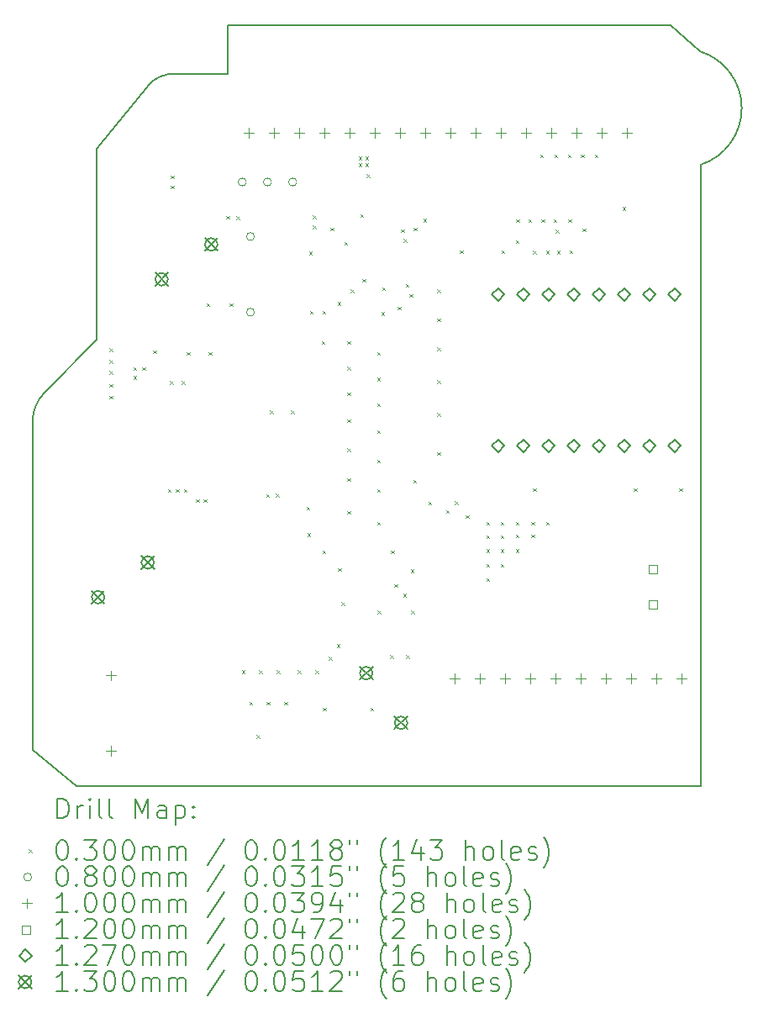
<source format=gbr>
%TF.GenerationSoftware,KiCad,Pcbnew,8.0.8+1*%
%TF.ProjectId,airsoft_bomb_v2,61697273-6f66-4745-9f62-6f6d625f7632,rev?*%
%TF.SameCoordinates,Original*%
%TF.FileFunction,Drillmap*%
%TF.FilePolarity,Positive*%
%FSLAX45Y45*%
G04 Gerber Fmt 4.5, Leading zero omitted, Abs format (unit mm)*
%MOMM*%
%LPD*%
G01*
G04 APERTURE LIST*
%ADD10C,0.200000*%
%ADD11C,0.100000*%
%ADD12C,0.120000*%
%ADD13C,0.127000*%
%ADD14C,0.130000*%
G04 APERTURE END LIST*
D10*
X17889053Y-6086674D02*
X17587850Y-5821680D01*
X11602720Y-13482320D02*
X11160760Y-13121640D01*
X13130000Y-5821680D02*
X13130000Y-6310000D01*
X17889053Y-6086674D02*
G75*
G02*
X17894300Y-7226300I-182713J-570666D01*
G01*
X11160760Y-9814560D02*
G75*
G02*
X11282768Y-9520008I416560J0D01*
G01*
X17587850Y-5821680D02*
X13130000Y-5821680D01*
X11805920Y-8991600D02*
X11810000Y-7070000D01*
X11602720Y-13482320D02*
X17894300Y-13487400D01*
X17894300Y-13487400D02*
X17894300Y-7226300D01*
X12335442Y-6415442D02*
G75*
G02*
X12590000Y-6310000I254558J-254558D01*
G01*
X11282768Y-9520008D02*
X11805920Y-8991600D01*
X12335442Y-6415442D02*
X11810000Y-7070000D01*
X13130000Y-6310000D02*
X12590000Y-6310000D01*
X11160760Y-13121640D02*
X11160760Y-9814560D01*
D11*
X11935000Y-9075000D02*
X11965000Y-9105000D01*
X11965000Y-9075000D02*
X11935000Y-9105000D01*
X11935000Y-9195000D02*
X11965000Y-9225000D01*
X11965000Y-9195000D02*
X11935000Y-9225000D01*
X11935000Y-9305000D02*
X11965000Y-9335000D01*
X11965000Y-9305000D02*
X11935000Y-9335000D01*
X11935000Y-9435000D02*
X11965000Y-9465000D01*
X11965000Y-9435000D02*
X11935000Y-9465000D01*
X11935000Y-9555000D02*
X11965000Y-9585000D01*
X11965000Y-9555000D02*
X11935000Y-9585000D01*
X12175000Y-9265000D02*
X12205000Y-9295000D01*
X12205000Y-9265000D02*
X12175000Y-9295000D01*
X12175000Y-9355000D02*
X12205000Y-9385000D01*
X12205000Y-9355000D02*
X12175000Y-9385000D01*
X12265000Y-9265000D02*
X12295000Y-9295000D01*
X12295000Y-9265000D02*
X12265000Y-9295000D01*
X12375000Y-9095000D02*
X12405000Y-9125000D01*
X12405000Y-9095000D02*
X12375000Y-9125000D01*
X12525000Y-10495000D02*
X12555000Y-10525000D01*
X12555000Y-10495000D02*
X12525000Y-10525000D01*
X12545000Y-9405000D02*
X12575000Y-9435000D01*
X12575000Y-9405000D02*
X12545000Y-9435000D01*
X12552920Y-7335760D02*
X12582920Y-7365760D01*
X12582920Y-7335760D02*
X12552920Y-7365760D01*
X12552920Y-7437360D02*
X12582920Y-7467360D01*
X12582920Y-7437360D02*
X12552920Y-7467360D01*
X12605000Y-10495000D02*
X12635000Y-10525000D01*
X12635000Y-10495000D02*
X12605000Y-10525000D01*
X12665000Y-9405000D02*
X12695000Y-9435000D01*
X12695000Y-9405000D02*
X12665000Y-9435000D01*
X12685000Y-10495000D02*
X12715000Y-10525000D01*
X12715000Y-10495000D02*
X12685000Y-10525000D01*
X12715000Y-9115000D02*
X12745000Y-9145000D01*
X12745000Y-9115000D02*
X12715000Y-9145000D01*
X12805000Y-10595000D02*
X12835000Y-10625000D01*
X12835000Y-10595000D02*
X12805000Y-10625000D01*
X12884814Y-10593398D02*
X12914814Y-10623398D01*
X12914814Y-10593398D02*
X12884814Y-10623398D01*
X12913600Y-8621000D02*
X12943600Y-8651000D01*
X12943600Y-8621000D02*
X12913600Y-8651000D01*
X12935000Y-9115000D02*
X12965000Y-9145000D01*
X12965000Y-9115000D02*
X12935000Y-9145000D01*
X13111720Y-7742160D02*
X13141720Y-7772160D01*
X13141720Y-7742160D02*
X13111720Y-7772160D01*
X13147280Y-8621000D02*
X13177280Y-8651000D01*
X13177280Y-8621000D02*
X13147280Y-8651000D01*
X13215000Y-7745000D02*
X13245000Y-7775000D01*
X13245000Y-7745000D02*
X13215000Y-7775000D01*
X13269200Y-12319240D02*
X13299200Y-12349240D01*
X13299200Y-12319240D02*
X13269200Y-12349240D01*
X13345400Y-12634200D02*
X13375400Y-12664200D01*
X13375400Y-12634200D02*
X13345400Y-12664200D01*
X13415000Y-12969480D02*
X13445000Y-12999480D01*
X13445000Y-12969480D02*
X13415000Y-12999480D01*
X13441920Y-12319240D02*
X13471920Y-12349240D01*
X13471920Y-12319240D02*
X13441920Y-12349240D01*
X13513040Y-10546320D02*
X13543040Y-10576320D01*
X13543040Y-10546320D02*
X13513040Y-10576320D01*
X13518120Y-12634200D02*
X13548120Y-12664200D01*
X13548120Y-12634200D02*
X13518120Y-12664200D01*
X13553680Y-9703980D02*
X13583680Y-9733980D01*
X13583680Y-9703980D02*
X13553680Y-9733980D01*
X13609560Y-10541240D02*
X13639560Y-10571240D01*
X13639560Y-10541240D02*
X13609560Y-10571240D01*
X13619720Y-12319240D02*
X13649720Y-12349240D01*
X13649720Y-12319240D02*
X13619720Y-12349240D01*
X13695920Y-12634200D02*
X13725920Y-12664200D01*
X13725920Y-12634200D02*
X13695920Y-12664200D01*
X13761960Y-9703980D02*
X13791960Y-9733980D01*
X13791960Y-9703980D02*
X13761960Y-9733980D01*
X13833080Y-12319240D02*
X13863080Y-12349240D01*
X13863080Y-12319240D02*
X13833080Y-12349240D01*
X13919440Y-10673320D02*
X13949440Y-10703320D01*
X13949440Y-10673320D02*
X13919440Y-10703320D01*
X13929600Y-10937480D02*
X13959600Y-10967480D01*
X13959600Y-10937480D02*
X13929600Y-10967480D01*
X13944840Y-8102840D02*
X13974840Y-8132840D01*
X13974840Y-8102840D02*
X13944840Y-8132840D01*
X13955000Y-8697200D02*
X13985000Y-8727200D01*
X13985000Y-8697200D02*
X13955000Y-8727200D01*
X13984700Y-7737080D02*
X14014700Y-7767080D01*
X14014700Y-7737080D02*
X13984700Y-7767080D01*
X13984700Y-7838680D02*
X14014700Y-7868680D01*
X14014700Y-7838680D02*
X13984700Y-7868680D01*
X14010880Y-12319240D02*
X14040880Y-12349240D01*
X14040880Y-12319240D02*
X14010880Y-12349240D01*
X14071840Y-9002000D02*
X14101840Y-9032000D01*
X14101840Y-9002000D02*
X14071840Y-9032000D01*
X14082000Y-8697200D02*
X14112000Y-8727200D01*
X14112000Y-8697200D02*
X14082000Y-8727200D01*
X14082000Y-11110200D02*
X14112000Y-11140200D01*
X14112000Y-11110200D02*
X14082000Y-11140200D01*
X14087080Y-12695160D02*
X14117080Y-12725160D01*
X14117080Y-12695160D02*
X14087080Y-12725160D01*
X14145000Y-12185000D02*
X14175000Y-12215000D01*
X14175000Y-12185000D02*
X14145000Y-12215000D01*
X14163280Y-7859000D02*
X14193280Y-7889000D01*
X14193280Y-7859000D02*
X14163280Y-7889000D01*
X14225000Y-12055000D02*
X14255000Y-12085000D01*
X14255000Y-12055000D02*
X14225000Y-12085000D01*
X14234400Y-8608300D02*
X14264400Y-8638300D01*
X14264400Y-8608300D02*
X14234400Y-8638300D01*
X14239480Y-11288000D02*
X14269480Y-11318000D01*
X14269480Y-11288000D02*
X14239480Y-11318000D01*
X14272500Y-11630900D02*
X14302500Y-11660900D01*
X14302500Y-11630900D02*
X14272500Y-11660900D01*
X14300440Y-8006320D02*
X14330440Y-8036320D01*
X14330440Y-8006320D02*
X14300440Y-8036320D01*
X14330920Y-9002000D02*
X14360920Y-9032000D01*
X14360920Y-9002000D02*
X14330920Y-9032000D01*
X14330920Y-9261080D02*
X14360920Y-9291080D01*
X14360920Y-9261080D02*
X14330920Y-9291080D01*
X14330920Y-9520160D02*
X14360920Y-9550160D01*
X14360920Y-9520160D02*
X14330920Y-9550160D01*
X14330920Y-9789400D02*
X14360920Y-9819400D01*
X14360920Y-9789400D02*
X14330920Y-9819400D01*
X14330920Y-10084040D02*
X14360920Y-10114040D01*
X14360920Y-10084040D02*
X14330920Y-10114040D01*
X14330920Y-10383760D02*
X14360920Y-10413760D01*
X14360920Y-10383760D02*
X14330920Y-10413760D01*
X14330920Y-10713960D02*
X14360920Y-10743960D01*
X14360920Y-10713960D02*
X14330920Y-10743960D01*
X14366480Y-8483840D02*
X14396480Y-8513840D01*
X14396480Y-8483840D02*
X14366480Y-8513840D01*
X14445500Y-7145000D02*
X14475500Y-7175000D01*
X14475500Y-7145000D02*
X14445500Y-7175000D01*
X14445500Y-7215000D02*
X14475500Y-7245000D01*
X14475500Y-7215000D02*
X14445500Y-7245000D01*
X14463000Y-7726920D02*
X14493000Y-7756920D01*
X14493000Y-7726920D02*
X14463000Y-7756920D01*
X14483320Y-8377160D02*
X14513320Y-8407160D01*
X14513320Y-8377160D02*
X14483320Y-8407160D01*
X14515000Y-7145000D02*
X14545000Y-7175000D01*
X14545000Y-7145000D02*
X14515000Y-7175000D01*
X14515000Y-7215000D02*
X14545000Y-7245000D01*
X14545000Y-7215000D02*
X14515000Y-7245000D01*
X14525000Y-7325000D02*
X14555000Y-7355000D01*
X14555000Y-7325000D02*
X14525000Y-7355000D01*
X14564600Y-12695160D02*
X14594600Y-12725160D01*
X14594600Y-12695160D02*
X14564600Y-12725160D01*
X14630640Y-9113760D02*
X14660640Y-9143760D01*
X14660640Y-9113760D02*
X14630640Y-9143760D01*
X14630640Y-9372840D02*
X14660640Y-9402840D01*
X14660640Y-9372840D02*
X14630640Y-9402840D01*
X14630640Y-9631920D02*
X14660640Y-9661920D01*
X14660640Y-9631920D02*
X14630640Y-9661920D01*
X14630640Y-9901160D02*
X14660640Y-9931160D01*
X14660640Y-9901160D02*
X14630640Y-9931160D01*
X14630640Y-10195800D02*
X14660640Y-10225800D01*
X14660640Y-10195800D02*
X14630640Y-10225800D01*
X14630640Y-10495520D02*
X14660640Y-10525520D01*
X14660640Y-10495520D02*
X14630640Y-10525520D01*
X14630640Y-10825720D02*
X14660640Y-10855720D01*
X14660640Y-10825720D02*
X14630640Y-10855720D01*
X14635000Y-11715000D02*
X14665000Y-11745000D01*
X14665000Y-11715000D02*
X14635000Y-11745000D01*
X14673634Y-8709714D02*
X14703634Y-8739714D01*
X14703634Y-8709714D02*
X14673634Y-8739714D01*
X14682966Y-8459966D02*
X14712966Y-8489966D01*
X14712966Y-8459966D02*
X14682966Y-8489966D01*
X14765000Y-12165000D02*
X14795000Y-12195000D01*
X14795000Y-12165000D02*
X14765000Y-12195000D01*
X14772880Y-11110200D02*
X14802880Y-11140200D01*
X14802880Y-11110200D02*
X14772880Y-11140200D01*
X14803360Y-11450560D02*
X14833360Y-11480560D01*
X14833360Y-11450560D02*
X14803360Y-11480560D01*
X14838920Y-8656560D02*
X14868920Y-8686560D01*
X14868920Y-8656560D02*
X14838920Y-8686560D01*
X14874480Y-7879320D02*
X14904480Y-7909320D01*
X14904480Y-7879320D02*
X14874480Y-7909320D01*
X14894800Y-11547080D02*
X14924800Y-11577080D01*
X14924800Y-11547080D02*
X14894800Y-11577080D01*
X14899880Y-7975840D02*
X14929880Y-8005840D01*
X14929880Y-7975840D02*
X14899880Y-8005840D01*
X14920200Y-8427960D02*
X14950200Y-8457960D01*
X14950200Y-8427960D02*
X14920200Y-8457960D01*
X14925000Y-12165000D02*
X14955000Y-12195000D01*
X14955000Y-12165000D02*
X14925000Y-12195000D01*
X14955760Y-8529560D02*
X14985760Y-8559560D01*
X14985760Y-8529560D02*
X14955760Y-8559560D01*
X14971000Y-11303240D02*
X15001000Y-11333240D01*
X15001000Y-11303240D02*
X14971000Y-11333240D01*
X14975000Y-11716220D02*
X15005000Y-11746220D01*
X15005000Y-11716220D02*
X14975000Y-11746220D01*
X14996400Y-10399000D02*
X15026400Y-10429000D01*
X15026400Y-10399000D02*
X14996400Y-10429000D01*
X15001480Y-7859000D02*
X15031480Y-7889000D01*
X15031480Y-7859000D02*
X15001480Y-7889000D01*
X15098000Y-7772640D02*
X15128000Y-7802640D01*
X15128000Y-7772640D02*
X15098000Y-7802640D01*
X15148800Y-10622520D02*
X15178800Y-10652520D01*
X15178800Y-10622520D02*
X15148800Y-10652520D01*
X15237700Y-8481300D02*
X15267700Y-8511300D01*
X15267700Y-8481300D02*
X15237700Y-8511300D01*
X15237700Y-8773400D02*
X15267700Y-8803400D01*
X15267700Y-8773400D02*
X15237700Y-8803400D01*
X15237700Y-9065500D02*
X15267700Y-9095500D01*
X15267700Y-9065500D02*
X15237700Y-9095500D01*
X15237700Y-9395700D02*
X15267700Y-9425700D01*
X15267700Y-9395700D02*
X15237700Y-9425700D01*
X15237700Y-9725900D02*
X15267700Y-9755900D01*
X15267700Y-9725900D02*
X15237700Y-9755900D01*
X15237700Y-10119600D02*
X15267700Y-10149600D01*
X15267700Y-10119600D02*
X15237700Y-10149600D01*
X15326600Y-10703800D02*
X15356600Y-10733800D01*
X15356600Y-10703800D02*
X15326600Y-10733800D01*
X15416584Y-10616636D02*
X15446584Y-10646636D01*
X15446584Y-10616636D02*
X15416584Y-10646636D01*
X15463760Y-8087600D02*
X15493760Y-8117600D01*
X15493760Y-8087600D02*
X15463760Y-8117600D01*
X15524720Y-10754600D02*
X15554720Y-10784600D01*
X15554720Y-10754600D02*
X15524720Y-10784600D01*
X15733000Y-10825720D02*
X15763000Y-10855720D01*
X15763000Y-10825720D02*
X15733000Y-10855720D01*
X15733000Y-10957800D02*
X15763000Y-10987800D01*
X15763000Y-10957800D02*
X15733000Y-10987800D01*
X15733000Y-11100040D02*
X15763000Y-11130040D01*
X15763000Y-11100040D02*
X15733000Y-11130040D01*
X15733000Y-11247360D02*
X15763000Y-11277360D01*
X15763000Y-11247360D02*
X15733000Y-11277360D01*
X15733000Y-11389600D02*
X15763000Y-11419600D01*
X15763000Y-11389600D02*
X15733000Y-11419600D01*
X15875240Y-10825720D02*
X15905240Y-10855720D01*
X15905240Y-10825720D02*
X15875240Y-10855720D01*
X15875240Y-10957800D02*
X15905240Y-10987800D01*
X15905240Y-10957800D02*
X15875240Y-10987800D01*
X15875240Y-11100040D02*
X15905240Y-11130040D01*
X15905240Y-11100040D02*
X15875240Y-11130040D01*
X15875240Y-11247360D02*
X15905240Y-11277360D01*
X15905240Y-11247360D02*
X15875240Y-11277360D01*
X15884838Y-8087600D02*
X15914838Y-8117600D01*
X15914838Y-8087600D02*
X15884838Y-8117600D01*
X16027014Y-7989360D02*
X16057014Y-8019360D01*
X16057014Y-7989360D02*
X16027014Y-8019360D01*
X16027640Y-10825720D02*
X16057640Y-10855720D01*
X16057640Y-10825720D02*
X16027640Y-10855720D01*
X16027640Y-10952720D02*
X16057640Y-10982720D01*
X16057640Y-10952720D02*
X16027640Y-10982720D01*
X16027640Y-11100040D02*
X16057640Y-11130040D01*
X16057640Y-11100040D02*
X16027640Y-11130040D01*
X16032720Y-7777720D02*
X16062720Y-7807720D01*
X16062720Y-7777720D02*
X16032720Y-7807720D01*
X16154640Y-7777720D02*
X16184640Y-7807720D01*
X16184640Y-7777720D02*
X16154640Y-7807720D01*
X16185120Y-10825720D02*
X16215120Y-10855720D01*
X16215120Y-10825720D02*
X16185120Y-10855720D01*
X16185120Y-10952720D02*
X16215120Y-10982720D01*
X16215120Y-10952720D02*
X16185120Y-10982720D01*
X16200360Y-8092680D02*
X16230360Y-8122680D01*
X16230360Y-8092680D02*
X16200360Y-8122680D01*
X16202900Y-10485360D02*
X16232900Y-10515360D01*
X16232900Y-10485360D02*
X16202900Y-10515360D01*
X16275000Y-7125000D02*
X16305000Y-7155000D01*
X16305000Y-7125000D02*
X16275000Y-7155000D01*
X16286720Y-7777720D02*
X16316720Y-7807720D01*
X16316720Y-7777720D02*
X16286720Y-7807720D01*
X16332440Y-8092680D02*
X16362440Y-8122680D01*
X16362440Y-8092680D02*
X16332440Y-8122680D01*
X16332440Y-10825720D02*
X16362440Y-10855720D01*
X16362440Y-10825720D02*
X16332440Y-10855720D01*
X16408640Y-7777720D02*
X16438640Y-7807720D01*
X16438640Y-7777720D02*
X16408640Y-7807720D01*
X16417240Y-7125000D02*
X16447240Y-7155000D01*
X16447240Y-7125000D02*
X16417240Y-7155000D01*
X16431500Y-7881860D02*
X16461500Y-7911860D01*
X16461500Y-7881860D02*
X16431500Y-7911860D01*
X16444200Y-8092680D02*
X16474200Y-8122680D01*
X16474200Y-8092680D02*
X16444200Y-8122680D01*
X16554400Y-7125000D02*
X16584400Y-7155000D01*
X16584400Y-7125000D02*
X16554400Y-7155000D01*
X16555960Y-7777720D02*
X16585960Y-7807720D01*
X16585960Y-7777720D02*
X16555960Y-7807720D01*
X16571200Y-8087600D02*
X16601200Y-8117600D01*
X16601200Y-8087600D02*
X16571200Y-8117600D01*
X16685000Y-7125000D02*
X16715000Y-7155000D01*
X16715000Y-7125000D02*
X16685000Y-7155000D01*
X16703280Y-7869160D02*
X16733280Y-7899160D01*
X16733280Y-7869160D02*
X16703280Y-7899160D01*
X16825000Y-7125000D02*
X16855000Y-7155000D01*
X16855000Y-7125000D02*
X16825000Y-7155000D01*
X17105000Y-7655000D02*
X17135000Y-7685000D01*
X17135000Y-7655000D02*
X17105000Y-7685000D01*
X17218900Y-10485360D02*
X17248900Y-10515360D01*
X17248900Y-10485360D02*
X17218900Y-10515360D01*
X17675275Y-10484535D02*
X17705275Y-10514535D01*
X17705275Y-10484535D02*
X17675275Y-10514535D01*
X13313260Y-7401560D02*
G75*
G02*
X13233260Y-7401560I-40000J0D01*
G01*
X13233260Y-7401560D02*
G75*
G02*
X13313260Y-7401560I40000J0D01*
G01*
X13395320Y-7950200D02*
G75*
G02*
X13315320Y-7950200I-40000J0D01*
G01*
X13315320Y-7950200D02*
G75*
G02*
X13395320Y-7950200I40000J0D01*
G01*
X13395320Y-8712200D02*
G75*
G02*
X13315320Y-8712200I-40000J0D01*
G01*
X13315320Y-8712200D02*
G75*
G02*
X13395320Y-8712200I40000J0D01*
G01*
X13567260Y-7401560D02*
G75*
G02*
X13487260Y-7401560I-40000J0D01*
G01*
X13487260Y-7401560D02*
G75*
G02*
X13567260Y-7401560I40000J0D01*
G01*
X13821260Y-7401560D02*
G75*
G02*
X13741260Y-7401560I-40000J0D01*
G01*
X13741260Y-7401560D02*
G75*
G02*
X13821260Y-7401560I40000J0D01*
G01*
X11948160Y-12320800D02*
X11948160Y-12420800D01*
X11898160Y-12370800D02*
X11998160Y-12370800D01*
X11948160Y-13080800D02*
X11948160Y-13180800D01*
X11898160Y-13130800D02*
X11998160Y-13130800D01*
X13337000Y-6857500D02*
X13337000Y-6957500D01*
X13287000Y-6907500D02*
X13387000Y-6907500D01*
X13591000Y-6857500D02*
X13591000Y-6957500D01*
X13541000Y-6907500D02*
X13641000Y-6907500D01*
X13845000Y-6857500D02*
X13845000Y-6957500D01*
X13795000Y-6907500D02*
X13895000Y-6907500D01*
X14099000Y-6857500D02*
X14099000Y-6957500D01*
X14049000Y-6907500D02*
X14149000Y-6907500D01*
X14353000Y-6857500D02*
X14353000Y-6957500D01*
X14303000Y-6907500D02*
X14403000Y-6907500D01*
X14607000Y-6857500D02*
X14607000Y-6957500D01*
X14557000Y-6907500D02*
X14657000Y-6907500D01*
X14861000Y-6857500D02*
X14861000Y-6957500D01*
X14811000Y-6907500D02*
X14911000Y-6907500D01*
X15115000Y-6857500D02*
X15115000Y-6957500D01*
X15065000Y-6907500D02*
X15165000Y-6907500D01*
X15369000Y-6857500D02*
X15369000Y-6957500D01*
X15319000Y-6907500D02*
X15419000Y-6907500D01*
X15414000Y-12347500D02*
X15414000Y-12447500D01*
X15364000Y-12397500D02*
X15464000Y-12397500D01*
X15623000Y-6857500D02*
X15623000Y-6957500D01*
X15573000Y-6907500D02*
X15673000Y-6907500D01*
X15668000Y-12347500D02*
X15668000Y-12447500D01*
X15618000Y-12397500D02*
X15718000Y-12397500D01*
X15877000Y-6857500D02*
X15877000Y-6957500D01*
X15827000Y-6907500D02*
X15927000Y-6907500D01*
X15922000Y-12347500D02*
X15922000Y-12447500D01*
X15872000Y-12397500D02*
X15972000Y-12397500D01*
X16131000Y-6857500D02*
X16131000Y-6957500D01*
X16081000Y-6907500D02*
X16181000Y-6907500D01*
X16176000Y-12347500D02*
X16176000Y-12447500D01*
X16126000Y-12397500D02*
X16226000Y-12397500D01*
X16385000Y-6857500D02*
X16385000Y-6957500D01*
X16335000Y-6907500D02*
X16435000Y-6907500D01*
X16430000Y-12347500D02*
X16430000Y-12447500D01*
X16380000Y-12397500D02*
X16480000Y-12397500D01*
X16639000Y-6857500D02*
X16639000Y-6957500D01*
X16589000Y-6907500D02*
X16689000Y-6907500D01*
X16684000Y-12347500D02*
X16684000Y-12447500D01*
X16634000Y-12397500D02*
X16734000Y-12397500D01*
X16893000Y-6857500D02*
X16893000Y-6957500D01*
X16843000Y-6907500D02*
X16943000Y-6907500D01*
X16938000Y-12347500D02*
X16938000Y-12447500D01*
X16888000Y-12397500D02*
X16988000Y-12397500D01*
X17147000Y-6857500D02*
X17147000Y-6957500D01*
X17097000Y-6907500D02*
X17197000Y-6907500D01*
X17192000Y-12347500D02*
X17192000Y-12447500D01*
X17142000Y-12397500D02*
X17242000Y-12397500D01*
X17446000Y-12347500D02*
X17446000Y-12447500D01*
X17396000Y-12397500D02*
X17496000Y-12397500D01*
X17700000Y-12347500D02*
X17700000Y-12447500D01*
X17650000Y-12397500D02*
X17750000Y-12397500D01*
D12*
X17454127Y-11345427D02*
X17454127Y-11260573D01*
X17369273Y-11260573D01*
X17369273Y-11345427D01*
X17454127Y-11345427D01*
X17454127Y-11695427D02*
X17454127Y-11610573D01*
X17369273Y-11610573D01*
X17369273Y-11695427D01*
X17454127Y-11695427D01*
D13*
X15849000Y-8597900D02*
X15912500Y-8534400D01*
X15849000Y-8470900D01*
X15785500Y-8534400D01*
X15849000Y-8597900D01*
X15849000Y-10121900D02*
X15912500Y-10058400D01*
X15849000Y-9994900D01*
X15785500Y-10058400D01*
X15849000Y-10121900D01*
X16103000Y-8597900D02*
X16166500Y-8534400D01*
X16103000Y-8470900D01*
X16039500Y-8534400D01*
X16103000Y-8597900D01*
X16103000Y-10121900D02*
X16166500Y-10058400D01*
X16103000Y-9994900D01*
X16039500Y-10058400D01*
X16103000Y-10121900D01*
X16357000Y-8597900D02*
X16420500Y-8534400D01*
X16357000Y-8470900D01*
X16293500Y-8534400D01*
X16357000Y-8597900D01*
X16357000Y-10121900D02*
X16420500Y-10058400D01*
X16357000Y-9994900D01*
X16293500Y-10058400D01*
X16357000Y-10121900D01*
X16611000Y-8597900D02*
X16674500Y-8534400D01*
X16611000Y-8470900D01*
X16547500Y-8534400D01*
X16611000Y-8597900D01*
X16611000Y-10121900D02*
X16674500Y-10058400D01*
X16611000Y-9994900D01*
X16547500Y-10058400D01*
X16611000Y-10121900D01*
X16865000Y-8597900D02*
X16928500Y-8534400D01*
X16865000Y-8470900D01*
X16801500Y-8534400D01*
X16865000Y-8597900D01*
X16865000Y-10121900D02*
X16928500Y-10058400D01*
X16865000Y-9994900D01*
X16801500Y-10058400D01*
X16865000Y-10121900D01*
X17119000Y-8597900D02*
X17182500Y-8534400D01*
X17119000Y-8470900D01*
X17055500Y-8534400D01*
X17119000Y-8597900D01*
X17119000Y-10121900D02*
X17182500Y-10058400D01*
X17119000Y-9994900D01*
X17055500Y-10058400D01*
X17119000Y-10121900D01*
X17373000Y-8597900D02*
X17436500Y-8534400D01*
X17373000Y-8470900D01*
X17309500Y-8534400D01*
X17373000Y-8597900D01*
X17373000Y-10121900D02*
X17436500Y-10058400D01*
X17373000Y-9994900D01*
X17309500Y-10058400D01*
X17373000Y-10121900D01*
X17627000Y-8597900D02*
X17690500Y-8534400D01*
X17627000Y-8470900D01*
X17563500Y-8534400D01*
X17627000Y-8597900D01*
X17627000Y-10121900D02*
X17690500Y-10058400D01*
X17627000Y-9994900D01*
X17563500Y-10058400D01*
X17627000Y-10121900D01*
D14*
X11756160Y-11517400D02*
X11886160Y-11647400D01*
X11886160Y-11517400D02*
X11756160Y-11647400D01*
X11886160Y-11582400D02*
G75*
G02*
X11756160Y-11582400I-65000J0D01*
G01*
X11756160Y-11582400D02*
G75*
G02*
X11886160Y-11582400I65000J0D01*
G01*
X12256160Y-11167400D02*
X12386160Y-11297400D01*
X12386160Y-11167400D02*
X12256160Y-11297400D01*
X12386160Y-11232400D02*
G75*
G02*
X12256160Y-11232400I-65000J0D01*
G01*
X12256160Y-11232400D02*
G75*
G02*
X12386160Y-11232400I65000J0D01*
G01*
X12395400Y-8315160D02*
X12525400Y-8445160D01*
X12525400Y-8315160D02*
X12395400Y-8445160D01*
X12525400Y-8380160D02*
G75*
G02*
X12395400Y-8380160I-65000J0D01*
G01*
X12395400Y-8380160D02*
G75*
G02*
X12525400Y-8380160I65000J0D01*
G01*
X12895400Y-7965160D02*
X13025400Y-8095160D01*
X13025400Y-7965160D02*
X12895400Y-8095160D01*
X13025400Y-8030160D02*
G75*
G02*
X12895400Y-8030160I-65000J0D01*
G01*
X12895400Y-8030160D02*
G75*
G02*
X13025400Y-8030160I65000J0D01*
G01*
X14457400Y-12282320D02*
X14587400Y-12412320D01*
X14587400Y-12282320D02*
X14457400Y-12412320D01*
X14587400Y-12347320D02*
G75*
G02*
X14457400Y-12347320I-65000J0D01*
G01*
X14457400Y-12347320D02*
G75*
G02*
X14587400Y-12347320I65000J0D01*
G01*
X14807400Y-12782320D02*
X14937400Y-12912320D01*
X14937400Y-12782320D02*
X14807400Y-12912320D01*
X14937400Y-12847320D02*
G75*
G02*
X14807400Y-12847320I-65000J0D01*
G01*
X14807400Y-12847320D02*
G75*
G02*
X14937400Y-12847320I65000J0D01*
G01*
D10*
X11411537Y-13808884D02*
X11411537Y-13608884D01*
X11411537Y-13608884D02*
X11459156Y-13608884D01*
X11459156Y-13608884D02*
X11487727Y-13618408D01*
X11487727Y-13618408D02*
X11506775Y-13637455D01*
X11506775Y-13637455D02*
X11516299Y-13656503D01*
X11516299Y-13656503D02*
X11525822Y-13694598D01*
X11525822Y-13694598D02*
X11525822Y-13723169D01*
X11525822Y-13723169D02*
X11516299Y-13761265D01*
X11516299Y-13761265D02*
X11506775Y-13780312D01*
X11506775Y-13780312D02*
X11487727Y-13799360D01*
X11487727Y-13799360D02*
X11459156Y-13808884D01*
X11459156Y-13808884D02*
X11411537Y-13808884D01*
X11611537Y-13808884D02*
X11611537Y-13675550D01*
X11611537Y-13713646D02*
X11621061Y-13694598D01*
X11621061Y-13694598D02*
X11630584Y-13685074D01*
X11630584Y-13685074D02*
X11649632Y-13675550D01*
X11649632Y-13675550D02*
X11668680Y-13675550D01*
X11735346Y-13808884D02*
X11735346Y-13675550D01*
X11735346Y-13608884D02*
X11725822Y-13618408D01*
X11725822Y-13618408D02*
X11735346Y-13627931D01*
X11735346Y-13627931D02*
X11744870Y-13618408D01*
X11744870Y-13618408D02*
X11735346Y-13608884D01*
X11735346Y-13608884D02*
X11735346Y-13627931D01*
X11859156Y-13808884D02*
X11840108Y-13799360D01*
X11840108Y-13799360D02*
X11830584Y-13780312D01*
X11830584Y-13780312D02*
X11830584Y-13608884D01*
X11963918Y-13808884D02*
X11944870Y-13799360D01*
X11944870Y-13799360D02*
X11935346Y-13780312D01*
X11935346Y-13780312D02*
X11935346Y-13608884D01*
X12192489Y-13808884D02*
X12192489Y-13608884D01*
X12192489Y-13608884D02*
X12259156Y-13751741D01*
X12259156Y-13751741D02*
X12325822Y-13608884D01*
X12325822Y-13608884D02*
X12325822Y-13808884D01*
X12506775Y-13808884D02*
X12506775Y-13704122D01*
X12506775Y-13704122D02*
X12497251Y-13685074D01*
X12497251Y-13685074D02*
X12478203Y-13675550D01*
X12478203Y-13675550D02*
X12440108Y-13675550D01*
X12440108Y-13675550D02*
X12421061Y-13685074D01*
X12506775Y-13799360D02*
X12487727Y-13808884D01*
X12487727Y-13808884D02*
X12440108Y-13808884D01*
X12440108Y-13808884D02*
X12421061Y-13799360D01*
X12421061Y-13799360D02*
X12411537Y-13780312D01*
X12411537Y-13780312D02*
X12411537Y-13761265D01*
X12411537Y-13761265D02*
X12421061Y-13742217D01*
X12421061Y-13742217D02*
X12440108Y-13732693D01*
X12440108Y-13732693D02*
X12487727Y-13732693D01*
X12487727Y-13732693D02*
X12506775Y-13723169D01*
X12602013Y-13675550D02*
X12602013Y-13875550D01*
X12602013Y-13685074D02*
X12621061Y-13675550D01*
X12621061Y-13675550D02*
X12659156Y-13675550D01*
X12659156Y-13675550D02*
X12678203Y-13685074D01*
X12678203Y-13685074D02*
X12687727Y-13694598D01*
X12687727Y-13694598D02*
X12697251Y-13713646D01*
X12697251Y-13713646D02*
X12697251Y-13770788D01*
X12697251Y-13770788D02*
X12687727Y-13789836D01*
X12687727Y-13789836D02*
X12678203Y-13799360D01*
X12678203Y-13799360D02*
X12659156Y-13808884D01*
X12659156Y-13808884D02*
X12621061Y-13808884D01*
X12621061Y-13808884D02*
X12602013Y-13799360D01*
X12782965Y-13789836D02*
X12792489Y-13799360D01*
X12792489Y-13799360D02*
X12782965Y-13808884D01*
X12782965Y-13808884D02*
X12773442Y-13799360D01*
X12773442Y-13799360D02*
X12782965Y-13789836D01*
X12782965Y-13789836D02*
X12782965Y-13808884D01*
X12782965Y-13685074D02*
X12792489Y-13694598D01*
X12792489Y-13694598D02*
X12782965Y-13704122D01*
X12782965Y-13704122D02*
X12773442Y-13694598D01*
X12773442Y-13694598D02*
X12782965Y-13685074D01*
X12782965Y-13685074D02*
X12782965Y-13704122D01*
D11*
X11120760Y-14122400D02*
X11150760Y-14152400D01*
X11150760Y-14122400D02*
X11120760Y-14152400D01*
D10*
X11449632Y-14028884D02*
X11468680Y-14028884D01*
X11468680Y-14028884D02*
X11487727Y-14038408D01*
X11487727Y-14038408D02*
X11497251Y-14047931D01*
X11497251Y-14047931D02*
X11506775Y-14066979D01*
X11506775Y-14066979D02*
X11516299Y-14105074D01*
X11516299Y-14105074D02*
X11516299Y-14152693D01*
X11516299Y-14152693D02*
X11506775Y-14190788D01*
X11506775Y-14190788D02*
X11497251Y-14209836D01*
X11497251Y-14209836D02*
X11487727Y-14219360D01*
X11487727Y-14219360D02*
X11468680Y-14228884D01*
X11468680Y-14228884D02*
X11449632Y-14228884D01*
X11449632Y-14228884D02*
X11430584Y-14219360D01*
X11430584Y-14219360D02*
X11421061Y-14209836D01*
X11421061Y-14209836D02*
X11411537Y-14190788D01*
X11411537Y-14190788D02*
X11402013Y-14152693D01*
X11402013Y-14152693D02*
X11402013Y-14105074D01*
X11402013Y-14105074D02*
X11411537Y-14066979D01*
X11411537Y-14066979D02*
X11421061Y-14047931D01*
X11421061Y-14047931D02*
X11430584Y-14038408D01*
X11430584Y-14038408D02*
X11449632Y-14028884D01*
X11602013Y-14209836D02*
X11611537Y-14219360D01*
X11611537Y-14219360D02*
X11602013Y-14228884D01*
X11602013Y-14228884D02*
X11592489Y-14219360D01*
X11592489Y-14219360D02*
X11602013Y-14209836D01*
X11602013Y-14209836D02*
X11602013Y-14228884D01*
X11678203Y-14028884D02*
X11802013Y-14028884D01*
X11802013Y-14028884D02*
X11735346Y-14105074D01*
X11735346Y-14105074D02*
X11763918Y-14105074D01*
X11763918Y-14105074D02*
X11782965Y-14114598D01*
X11782965Y-14114598D02*
X11792489Y-14124122D01*
X11792489Y-14124122D02*
X11802013Y-14143169D01*
X11802013Y-14143169D02*
X11802013Y-14190788D01*
X11802013Y-14190788D02*
X11792489Y-14209836D01*
X11792489Y-14209836D02*
X11782965Y-14219360D01*
X11782965Y-14219360D02*
X11763918Y-14228884D01*
X11763918Y-14228884D02*
X11706775Y-14228884D01*
X11706775Y-14228884D02*
X11687727Y-14219360D01*
X11687727Y-14219360D02*
X11678203Y-14209836D01*
X11925822Y-14028884D02*
X11944870Y-14028884D01*
X11944870Y-14028884D02*
X11963918Y-14038408D01*
X11963918Y-14038408D02*
X11973442Y-14047931D01*
X11973442Y-14047931D02*
X11982965Y-14066979D01*
X11982965Y-14066979D02*
X11992489Y-14105074D01*
X11992489Y-14105074D02*
X11992489Y-14152693D01*
X11992489Y-14152693D02*
X11982965Y-14190788D01*
X11982965Y-14190788D02*
X11973442Y-14209836D01*
X11973442Y-14209836D02*
X11963918Y-14219360D01*
X11963918Y-14219360D02*
X11944870Y-14228884D01*
X11944870Y-14228884D02*
X11925822Y-14228884D01*
X11925822Y-14228884D02*
X11906775Y-14219360D01*
X11906775Y-14219360D02*
X11897251Y-14209836D01*
X11897251Y-14209836D02*
X11887727Y-14190788D01*
X11887727Y-14190788D02*
X11878203Y-14152693D01*
X11878203Y-14152693D02*
X11878203Y-14105074D01*
X11878203Y-14105074D02*
X11887727Y-14066979D01*
X11887727Y-14066979D02*
X11897251Y-14047931D01*
X11897251Y-14047931D02*
X11906775Y-14038408D01*
X11906775Y-14038408D02*
X11925822Y-14028884D01*
X12116299Y-14028884D02*
X12135346Y-14028884D01*
X12135346Y-14028884D02*
X12154394Y-14038408D01*
X12154394Y-14038408D02*
X12163918Y-14047931D01*
X12163918Y-14047931D02*
X12173442Y-14066979D01*
X12173442Y-14066979D02*
X12182965Y-14105074D01*
X12182965Y-14105074D02*
X12182965Y-14152693D01*
X12182965Y-14152693D02*
X12173442Y-14190788D01*
X12173442Y-14190788D02*
X12163918Y-14209836D01*
X12163918Y-14209836D02*
X12154394Y-14219360D01*
X12154394Y-14219360D02*
X12135346Y-14228884D01*
X12135346Y-14228884D02*
X12116299Y-14228884D01*
X12116299Y-14228884D02*
X12097251Y-14219360D01*
X12097251Y-14219360D02*
X12087727Y-14209836D01*
X12087727Y-14209836D02*
X12078203Y-14190788D01*
X12078203Y-14190788D02*
X12068680Y-14152693D01*
X12068680Y-14152693D02*
X12068680Y-14105074D01*
X12068680Y-14105074D02*
X12078203Y-14066979D01*
X12078203Y-14066979D02*
X12087727Y-14047931D01*
X12087727Y-14047931D02*
X12097251Y-14038408D01*
X12097251Y-14038408D02*
X12116299Y-14028884D01*
X12268680Y-14228884D02*
X12268680Y-14095550D01*
X12268680Y-14114598D02*
X12278203Y-14105074D01*
X12278203Y-14105074D02*
X12297251Y-14095550D01*
X12297251Y-14095550D02*
X12325823Y-14095550D01*
X12325823Y-14095550D02*
X12344870Y-14105074D01*
X12344870Y-14105074D02*
X12354394Y-14124122D01*
X12354394Y-14124122D02*
X12354394Y-14228884D01*
X12354394Y-14124122D02*
X12363918Y-14105074D01*
X12363918Y-14105074D02*
X12382965Y-14095550D01*
X12382965Y-14095550D02*
X12411537Y-14095550D01*
X12411537Y-14095550D02*
X12430584Y-14105074D01*
X12430584Y-14105074D02*
X12440108Y-14124122D01*
X12440108Y-14124122D02*
X12440108Y-14228884D01*
X12535346Y-14228884D02*
X12535346Y-14095550D01*
X12535346Y-14114598D02*
X12544870Y-14105074D01*
X12544870Y-14105074D02*
X12563918Y-14095550D01*
X12563918Y-14095550D02*
X12592489Y-14095550D01*
X12592489Y-14095550D02*
X12611537Y-14105074D01*
X12611537Y-14105074D02*
X12621061Y-14124122D01*
X12621061Y-14124122D02*
X12621061Y-14228884D01*
X12621061Y-14124122D02*
X12630584Y-14105074D01*
X12630584Y-14105074D02*
X12649632Y-14095550D01*
X12649632Y-14095550D02*
X12678203Y-14095550D01*
X12678203Y-14095550D02*
X12697251Y-14105074D01*
X12697251Y-14105074D02*
X12706775Y-14124122D01*
X12706775Y-14124122D02*
X12706775Y-14228884D01*
X13097251Y-14019360D02*
X12925823Y-14276503D01*
X13354394Y-14028884D02*
X13373442Y-14028884D01*
X13373442Y-14028884D02*
X13392489Y-14038408D01*
X13392489Y-14038408D02*
X13402013Y-14047931D01*
X13402013Y-14047931D02*
X13411537Y-14066979D01*
X13411537Y-14066979D02*
X13421061Y-14105074D01*
X13421061Y-14105074D02*
X13421061Y-14152693D01*
X13421061Y-14152693D02*
X13411537Y-14190788D01*
X13411537Y-14190788D02*
X13402013Y-14209836D01*
X13402013Y-14209836D02*
X13392489Y-14219360D01*
X13392489Y-14219360D02*
X13373442Y-14228884D01*
X13373442Y-14228884D02*
X13354394Y-14228884D01*
X13354394Y-14228884D02*
X13335346Y-14219360D01*
X13335346Y-14219360D02*
X13325823Y-14209836D01*
X13325823Y-14209836D02*
X13316299Y-14190788D01*
X13316299Y-14190788D02*
X13306775Y-14152693D01*
X13306775Y-14152693D02*
X13306775Y-14105074D01*
X13306775Y-14105074D02*
X13316299Y-14066979D01*
X13316299Y-14066979D02*
X13325823Y-14047931D01*
X13325823Y-14047931D02*
X13335346Y-14038408D01*
X13335346Y-14038408D02*
X13354394Y-14028884D01*
X13506775Y-14209836D02*
X13516299Y-14219360D01*
X13516299Y-14219360D02*
X13506775Y-14228884D01*
X13506775Y-14228884D02*
X13497251Y-14219360D01*
X13497251Y-14219360D02*
X13506775Y-14209836D01*
X13506775Y-14209836D02*
X13506775Y-14228884D01*
X13640108Y-14028884D02*
X13659156Y-14028884D01*
X13659156Y-14028884D02*
X13678204Y-14038408D01*
X13678204Y-14038408D02*
X13687727Y-14047931D01*
X13687727Y-14047931D02*
X13697251Y-14066979D01*
X13697251Y-14066979D02*
X13706775Y-14105074D01*
X13706775Y-14105074D02*
X13706775Y-14152693D01*
X13706775Y-14152693D02*
X13697251Y-14190788D01*
X13697251Y-14190788D02*
X13687727Y-14209836D01*
X13687727Y-14209836D02*
X13678204Y-14219360D01*
X13678204Y-14219360D02*
X13659156Y-14228884D01*
X13659156Y-14228884D02*
X13640108Y-14228884D01*
X13640108Y-14228884D02*
X13621061Y-14219360D01*
X13621061Y-14219360D02*
X13611537Y-14209836D01*
X13611537Y-14209836D02*
X13602013Y-14190788D01*
X13602013Y-14190788D02*
X13592489Y-14152693D01*
X13592489Y-14152693D02*
X13592489Y-14105074D01*
X13592489Y-14105074D02*
X13602013Y-14066979D01*
X13602013Y-14066979D02*
X13611537Y-14047931D01*
X13611537Y-14047931D02*
X13621061Y-14038408D01*
X13621061Y-14038408D02*
X13640108Y-14028884D01*
X13897251Y-14228884D02*
X13782966Y-14228884D01*
X13840108Y-14228884D02*
X13840108Y-14028884D01*
X13840108Y-14028884D02*
X13821061Y-14057455D01*
X13821061Y-14057455D02*
X13802013Y-14076503D01*
X13802013Y-14076503D02*
X13782966Y-14086027D01*
X14087727Y-14228884D02*
X13973442Y-14228884D01*
X14030585Y-14228884D02*
X14030585Y-14028884D01*
X14030585Y-14028884D02*
X14011537Y-14057455D01*
X14011537Y-14057455D02*
X13992489Y-14076503D01*
X13992489Y-14076503D02*
X13973442Y-14086027D01*
X14202013Y-14114598D02*
X14182966Y-14105074D01*
X14182966Y-14105074D02*
X14173442Y-14095550D01*
X14173442Y-14095550D02*
X14163918Y-14076503D01*
X14163918Y-14076503D02*
X14163918Y-14066979D01*
X14163918Y-14066979D02*
X14173442Y-14047931D01*
X14173442Y-14047931D02*
X14182966Y-14038408D01*
X14182966Y-14038408D02*
X14202013Y-14028884D01*
X14202013Y-14028884D02*
X14240108Y-14028884D01*
X14240108Y-14028884D02*
X14259156Y-14038408D01*
X14259156Y-14038408D02*
X14268680Y-14047931D01*
X14268680Y-14047931D02*
X14278204Y-14066979D01*
X14278204Y-14066979D02*
X14278204Y-14076503D01*
X14278204Y-14076503D02*
X14268680Y-14095550D01*
X14268680Y-14095550D02*
X14259156Y-14105074D01*
X14259156Y-14105074D02*
X14240108Y-14114598D01*
X14240108Y-14114598D02*
X14202013Y-14114598D01*
X14202013Y-14114598D02*
X14182966Y-14124122D01*
X14182966Y-14124122D02*
X14173442Y-14133646D01*
X14173442Y-14133646D02*
X14163918Y-14152693D01*
X14163918Y-14152693D02*
X14163918Y-14190788D01*
X14163918Y-14190788D02*
X14173442Y-14209836D01*
X14173442Y-14209836D02*
X14182966Y-14219360D01*
X14182966Y-14219360D02*
X14202013Y-14228884D01*
X14202013Y-14228884D02*
X14240108Y-14228884D01*
X14240108Y-14228884D02*
X14259156Y-14219360D01*
X14259156Y-14219360D02*
X14268680Y-14209836D01*
X14268680Y-14209836D02*
X14278204Y-14190788D01*
X14278204Y-14190788D02*
X14278204Y-14152693D01*
X14278204Y-14152693D02*
X14268680Y-14133646D01*
X14268680Y-14133646D02*
X14259156Y-14124122D01*
X14259156Y-14124122D02*
X14240108Y-14114598D01*
X14354394Y-14028884D02*
X14354394Y-14066979D01*
X14430585Y-14028884D02*
X14430585Y-14066979D01*
X14725823Y-14305074D02*
X14716299Y-14295550D01*
X14716299Y-14295550D02*
X14697251Y-14266979D01*
X14697251Y-14266979D02*
X14687728Y-14247931D01*
X14687728Y-14247931D02*
X14678204Y-14219360D01*
X14678204Y-14219360D02*
X14668680Y-14171741D01*
X14668680Y-14171741D02*
X14668680Y-14133646D01*
X14668680Y-14133646D02*
X14678204Y-14086027D01*
X14678204Y-14086027D02*
X14687728Y-14057455D01*
X14687728Y-14057455D02*
X14697251Y-14038408D01*
X14697251Y-14038408D02*
X14716299Y-14009836D01*
X14716299Y-14009836D02*
X14725823Y-14000312D01*
X14906775Y-14228884D02*
X14792489Y-14228884D01*
X14849632Y-14228884D02*
X14849632Y-14028884D01*
X14849632Y-14028884D02*
X14830585Y-14057455D01*
X14830585Y-14057455D02*
X14811537Y-14076503D01*
X14811537Y-14076503D02*
X14792489Y-14086027D01*
X15078204Y-14095550D02*
X15078204Y-14228884D01*
X15030585Y-14019360D02*
X14982966Y-14162217D01*
X14982966Y-14162217D02*
X15106775Y-14162217D01*
X15163918Y-14028884D02*
X15287728Y-14028884D01*
X15287728Y-14028884D02*
X15221061Y-14105074D01*
X15221061Y-14105074D02*
X15249632Y-14105074D01*
X15249632Y-14105074D02*
X15268680Y-14114598D01*
X15268680Y-14114598D02*
X15278204Y-14124122D01*
X15278204Y-14124122D02*
X15287728Y-14143169D01*
X15287728Y-14143169D02*
X15287728Y-14190788D01*
X15287728Y-14190788D02*
X15278204Y-14209836D01*
X15278204Y-14209836D02*
X15268680Y-14219360D01*
X15268680Y-14219360D02*
X15249632Y-14228884D01*
X15249632Y-14228884D02*
X15192489Y-14228884D01*
X15192489Y-14228884D02*
X15173442Y-14219360D01*
X15173442Y-14219360D02*
X15163918Y-14209836D01*
X15525823Y-14228884D02*
X15525823Y-14028884D01*
X15611537Y-14228884D02*
X15611537Y-14124122D01*
X15611537Y-14124122D02*
X15602013Y-14105074D01*
X15602013Y-14105074D02*
X15582966Y-14095550D01*
X15582966Y-14095550D02*
X15554394Y-14095550D01*
X15554394Y-14095550D02*
X15535347Y-14105074D01*
X15535347Y-14105074D02*
X15525823Y-14114598D01*
X15735347Y-14228884D02*
X15716299Y-14219360D01*
X15716299Y-14219360D02*
X15706775Y-14209836D01*
X15706775Y-14209836D02*
X15697251Y-14190788D01*
X15697251Y-14190788D02*
X15697251Y-14133646D01*
X15697251Y-14133646D02*
X15706775Y-14114598D01*
X15706775Y-14114598D02*
X15716299Y-14105074D01*
X15716299Y-14105074D02*
X15735347Y-14095550D01*
X15735347Y-14095550D02*
X15763918Y-14095550D01*
X15763918Y-14095550D02*
X15782966Y-14105074D01*
X15782966Y-14105074D02*
X15792490Y-14114598D01*
X15792490Y-14114598D02*
X15802013Y-14133646D01*
X15802013Y-14133646D02*
X15802013Y-14190788D01*
X15802013Y-14190788D02*
X15792490Y-14209836D01*
X15792490Y-14209836D02*
X15782966Y-14219360D01*
X15782966Y-14219360D02*
X15763918Y-14228884D01*
X15763918Y-14228884D02*
X15735347Y-14228884D01*
X15916299Y-14228884D02*
X15897251Y-14219360D01*
X15897251Y-14219360D02*
X15887728Y-14200312D01*
X15887728Y-14200312D02*
X15887728Y-14028884D01*
X16068680Y-14219360D02*
X16049632Y-14228884D01*
X16049632Y-14228884D02*
X16011537Y-14228884D01*
X16011537Y-14228884D02*
X15992490Y-14219360D01*
X15992490Y-14219360D02*
X15982966Y-14200312D01*
X15982966Y-14200312D02*
X15982966Y-14124122D01*
X15982966Y-14124122D02*
X15992490Y-14105074D01*
X15992490Y-14105074D02*
X16011537Y-14095550D01*
X16011537Y-14095550D02*
X16049632Y-14095550D01*
X16049632Y-14095550D02*
X16068680Y-14105074D01*
X16068680Y-14105074D02*
X16078204Y-14124122D01*
X16078204Y-14124122D02*
X16078204Y-14143169D01*
X16078204Y-14143169D02*
X15982966Y-14162217D01*
X16154394Y-14219360D02*
X16173442Y-14228884D01*
X16173442Y-14228884D02*
X16211537Y-14228884D01*
X16211537Y-14228884D02*
X16230585Y-14219360D01*
X16230585Y-14219360D02*
X16240109Y-14200312D01*
X16240109Y-14200312D02*
X16240109Y-14190788D01*
X16240109Y-14190788D02*
X16230585Y-14171741D01*
X16230585Y-14171741D02*
X16211537Y-14162217D01*
X16211537Y-14162217D02*
X16182966Y-14162217D01*
X16182966Y-14162217D02*
X16163918Y-14152693D01*
X16163918Y-14152693D02*
X16154394Y-14133646D01*
X16154394Y-14133646D02*
X16154394Y-14124122D01*
X16154394Y-14124122D02*
X16163918Y-14105074D01*
X16163918Y-14105074D02*
X16182966Y-14095550D01*
X16182966Y-14095550D02*
X16211537Y-14095550D01*
X16211537Y-14095550D02*
X16230585Y-14105074D01*
X16306775Y-14305074D02*
X16316299Y-14295550D01*
X16316299Y-14295550D02*
X16335347Y-14266979D01*
X16335347Y-14266979D02*
X16344871Y-14247931D01*
X16344871Y-14247931D02*
X16354394Y-14219360D01*
X16354394Y-14219360D02*
X16363918Y-14171741D01*
X16363918Y-14171741D02*
X16363918Y-14133646D01*
X16363918Y-14133646D02*
X16354394Y-14086027D01*
X16354394Y-14086027D02*
X16344871Y-14057455D01*
X16344871Y-14057455D02*
X16335347Y-14038408D01*
X16335347Y-14038408D02*
X16316299Y-14009836D01*
X16316299Y-14009836D02*
X16306775Y-14000312D01*
D11*
X11150760Y-14401400D02*
G75*
G02*
X11070760Y-14401400I-40000J0D01*
G01*
X11070760Y-14401400D02*
G75*
G02*
X11150760Y-14401400I40000J0D01*
G01*
D10*
X11449632Y-14292884D02*
X11468680Y-14292884D01*
X11468680Y-14292884D02*
X11487727Y-14302408D01*
X11487727Y-14302408D02*
X11497251Y-14311931D01*
X11497251Y-14311931D02*
X11506775Y-14330979D01*
X11506775Y-14330979D02*
X11516299Y-14369074D01*
X11516299Y-14369074D02*
X11516299Y-14416693D01*
X11516299Y-14416693D02*
X11506775Y-14454788D01*
X11506775Y-14454788D02*
X11497251Y-14473836D01*
X11497251Y-14473836D02*
X11487727Y-14483360D01*
X11487727Y-14483360D02*
X11468680Y-14492884D01*
X11468680Y-14492884D02*
X11449632Y-14492884D01*
X11449632Y-14492884D02*
X11430584Y-14483360D01*
X11430584Y-14483360D02*
X11421061Y-14473836D01*
X11421061Y-14473836D02*
X11411537Y-14454788D01*
X11411537Y-14454788D02*
X11402013Y-14416693D01*
X11402013Y-14416693D02*
X11402013Y-14369074D01*
X11402013Y-14369074D02*
X11411537Y-14330979D01*
X11411537Y-14330979D02*
X11421061Y-14311931D01*
X11421061Y-14311931D02*
X11430584Y-14302408D01*
X11430584Y-14302408D02*
X11449632Y-14292884D01*
X11602013Y-14473836D02*
X11611537Y-14483360D01*
X11611537Y-14483360D02*
X11602013Y-14492884D01*
X11602013Y-14492884D02*
X11592489Y-14483360D01*
X11592489Y-14483360D02*
X11602013Y-14473836D01*
X11602013Y-14473836D02*
X11602013Y-14492884D01*
X11725822Y-14378598D02*
X11706775Y-14369074D01*
X11706775Y-14369074D02*
X11697251Y-14359550D01*
X11697251Y-14359550D02*
X11687727Y-14340503D01*
X11687727Y-14340503D02*
X11687727Y-14330979D01*
X11687727Y-14330979D02*
X11697251Y-14311931D01*
X11697251Y-14311931D02*
X11706775Y-14302408D01*
X11706775Y-14302408D02*
X11725822Y-14292884D01*
X11725822Y-14292884D02*
X11763918Y-14292884D01*
X11763918Y-14292884D02*
X11782965Y-14302408D01*
X11782965Y-14302408D02*
X11792489Y-14311931D01*
X11792489Y-14311931D02*
X11802013Y-14330979D01*
X11802013Y-14330979D02*
X11802013Y-14340503D01*
X11802013Y-14340503D02*
X11792489Y-14359550D01*
X11792489Y-14359550D02*
X11782965Y-14369074D01*
X11782965Y-14369074D02*
X11763918Y-14378598D01*
X11763918Y-14378598D02*
X11725822Y-14378598D01*
X11725822Y-14378598D02*
X11706775Y-14388122D01*
X11706775Y-14388122D02*
X11697251Y-14397646D01*
X11697251Y-14397646D02*
X11687727Y-14416693D01*
X11687727Y-14416693D02*
X11687727Y-14454788D01*
X11687727Y-14454788D02*
X11697251Y-14473836D01*
X11697251Y-14473836D02*
X11706775Y-14483360D01*
X11706775Y-14483360D02*
X11725822Y-14492884D01*
X11725822Y-14492884D02*
X11763918Y-14492884D01*
X11763918Y-14492884D02*
X11782965Y-14483360D01*
X11782965Y-14483360D02*
X11792489Y-14473836D01*
X11792489Y-14473836D02*
X11802013Y-14454788D01*
X11802013Y-14454788D02*
X11802013Y-14416693D01*
X11802013Y-14416693D02*
X11792489Y-14397646D01*
X11792489Y-14397646D02*
X11782965Y-14388122D01*
X11782965Y-14388122D02*
X11763918Y-14378598D01*
X11925822Y-14292884D02*
X11944870Y-14292884D01*
X11944870Y-14292884D02*
X11963918Y-14302408D01*
X11963918Y-14302408D02*
X11973442Y-14311931D01*
X11973442Y-14311931D02*
X11982965Y-14330979D01*
X11982965Y-14330979D02*
X11992489Y-14369074D01*
X11992489Y-14369074D02*
X11992489Y-14416693D01*
X11992489Y-14416693D02*
X11982965Y-14454788D01*
X11982965Y-14454788D02*
X11973442Y-14473836D01*
X11973442Y-14473836D02*
X11963918Y-14483360D01*
X11963918Y-14483360D02*
X11944870Y-14492884D01*
X11944870Y-14492884D02*
X11925822Y-14492884D01*
X11925822Y-14492884D02*
X11906775Y-14483360D01*
X11906775Y-14483360D02*
X11897251Y-14473836D01*
X11897251Y-14473836D02*
X11887727Y-14454788D01*
X11887727Y-14454788D02*
X11878203Y-14416693D01*
X11878203Y-14416693D02*
X11878203Y-14369074D01*
X11878203Y-14369074D02*
X11887727Y-14330979D01*
X11887727Y-14330979D02*
X11897251Y-14311931D01*
X11897251Y-14311931D02*
X11906775Y-14302408D01*
X11906775Y-14302408D02*
X11925822Y-14292884D01*
X12116299Y-14292884D02*
X12135346Y-14292884D01*
X12135346Y-14292884D02*
X12154394Y-14302408D01*
X12154394Y-14302408D02*
X12163918Y-14311931D01*
X12163918Y-14311931D02*
X12173442Y-14330979D01*
X12173442Y-14330979D02*
X12182965Y-14369074D01*
X12182965Y-14369074D02*
X12182965Y-14416693D01*
X12182965Y-14416693D02*
X12173442Y-14454788D01*
X12173442Y-14454788D02*
X12163918Y-14473836D01*
X12163918Y-14473836D02*
X12154394Y-14483360D01*
X12154394Y-14483360D02*
X12135346Y-14492884D01*
X12135346Y-14492884D02*
X12116299Y-14492884D01*
X12116299Y-14492884D02*
X12097251Y-14483360D01*
X12097251Y-14483360D02*
X12087727Y-14473836D01*
X12087727Y-14473836D02*
X12078203Y-14454788D01*
X12078203Y-14454788D02*
X12068680Y-14416693D01*
X12068680Y-14416693D02*
X12068680Y-14369074D01*
X12068680Y-14369074D02*
X12078203Y-14330979D01*
X12078203Y-14330979D02*
X12087727Y-14311931D01*
X12087727Y-14311931D02*
X12097251Y-14302408D01*
X12097251Y-14302408D02*
X12116299Y-14292884D01*
X12268680Y-14492884D02*
X12268680Y-14359550D01*
X12268680Y-14378598D02*
X12278203Y-14369074D01*
X12278203Y-14369074D02*
X12297251Y-14359550D01*
X12297251Y-14359550D02*
X12325823Y-14359550D01*
X12325823Y-14359550D02*
X12344870Y-14369074D01*
X12344870Y-14369074D02*
X12354394Y-14388122D01*
X12354394Y-14388122D02*
X12354394Y-14492884D01*
X12354394Y-14388122D02*
X12363918Y-14369074D01*
X12363918Y-14369074D02*
X12382965Y-14359550D01*
X12382965Y-14359550D02*
X12411537Y-14359550D01*
X12411537Y-14359550D02*
X12430584Y-14369074D01*
X12430584Y-14369074D02*
X12440108Y-14388122D01*
X12440108Y-14388122D02*
X12440108Y-14492884D01*
X12535346Y-14492884D02*
X12535346Y-14359550D01*
X12535346Y-14378598D02*
X12544870Y-14369074D01*
X12544870Y-14369074D02*
X12563918Y-14359550D01*
X12563918Y-14359550D02*
X12592489Y-14359550D01*
X12592489Y-14359550D02*
X12611537Y-14369074D01*
X12611537Y-14369074D02*
X12621061Y-14388122D01*
X12621061Y-14388122D02*
X12621061Y-14492884D01*
X12621061Y-14388122D02*
X12630584Y-14369074D01*
X12630584Y-14369074D02*
X12649632Y-14359550D01*
X12649632Y-14359550D02*
X12678203Y-14359550D01*
X12678203Y-14359550D02*
X12697251Y-14369074D01*
X12697251Y-14369074D02*
X12706775Y-14388122D01*
X12706775Y-14388122D02*
X12706775Y-14492884D01*
X13097251Y-14283360D02*
X12925823Y-14540503D01*
X13354394Y-14292884D02*
X13373442Y-14292884D01*
X13373442Y-14292884D02*
X13392489Y-14302408D01*
X13392489Y-14302408D02*
X13402013Y-14311931D01*
X13402013Y-14311931D02*
X13411537Y-14330979D01*
X13411537Y-14330979D02*
X13421061Y-14369074D01*
X13421061Y-14369074D02*
X13421061Y-14416693D01*
X13421061Y-14416693D02*
X13411537Y-14454788D01*
X13411537Y-14454788D02*
X13402013Y-14473836D01*
X13402013Y-14473836D02*
X13392489Y-14483360D01*
X13392489Y-14483360D02*
X13373442Y-14492884D01*
X13373442Y-14492884D02*
X13354394Y-14492884D01*
X13354394Y-14492884D02*
X13335346Y-14483360D01*
X13335346Y-14483360D02*
X13325823Y-14473836D01*
X13325823Y-14473836D02*
X13316299Y-14454788D01*
X13316299Y-14454788D02*
X13306775Y-14416693D01*
X13306775Y-14416693D02*
X13306775Y-14369074D01*
X13306775Y-14369074D02*
X13316299Y-14330979D01*
X13316299Y-14330979D02*
X13325823Y-14311931D01*
X13325823Y-14311931D02*
X13335346Y-14302408D01*
X13335346Y-14302408D02*
X13354394Y-14292884D01*
X13506775Y-14473836D02*
X13516299Y-14483360D01*
X13516299Y-14483360D02*
X13506775Y-14492884D01*
X13506775Y-14492884D02*
X13497251Y-14483360D01*
X13497251Y-14483360D02*
X13506775Y-14473836D01*
X13506775Y-14473836D02*
X13506775Y-14492884D01*
X13640108Y-14292884D02*
X13659156Y-14292884D01*
X13659156Y-14292884D02*
X13678204Y-14302408D01*
X13678204Y-14302408D02*
X13687727Y-14311931D01*
X13687727Y-14311931D02*
X13697251Y-14330979D01*
X13697251Y-14330979D02*
X13706775Y-14369074D01*
X13706775Y-14369074D02*
X13706775Y-14416693D01*
X13706775Y-14416693D02*
X13697251Y-14454788D01*
X13697251Y-14454788D02*
X13687727Y-14473836D01*
X13687727Y-14473836D02*
X13678204Y-14483360D01*
X13678204Y-14483360D02*
X13659156Y-14492884D01*
X13659156Y-14492884D02*
X13640108Y-14492884D01*
X13640108Y-14492884D02*
X13621061Y-14483360D01*
X13621061Y-14483360D02*
X13611537Y-14473836D01*
X13611537Y-14473836D02*
X13602013Y-14454788D01*
X13602013Y-14454788D02*
X13592489Y-14416693D01*
X13592489Y-14416693D02*
X13592489Y-14369074D01*
X13592489Y-14369074D02*
X13602013Y-14330979D01*
X13602013Y-14330979D02*
X13611537Y-14311931D01*
X13611537Y-14311931D02*
X13621061Y-14302408D01*
X13621061Y-14302408D02*
X13640108Y-14292884D01*
X13773442Y-14292884D02*
X13897251Y-14292884D01*
X13897251Y-14292884D02*
X13830585Y-14369074D01*
X13830585Y-14369074D02*
X13859156Y-14369074D01*
X13859156Y-14369074D02*
X13878204Y-14378598D01*
X13878204Y-14378598D02*
X13887727Y-14388122D01*
X13887727Y-14388122D02*
X13897251Y-14407169D01*
X13897251Y-14407169D02*
X13897251Y-14454788D01*
X13897251Y-14454788D02*
X13887727Y-14473836D01*
X13887727Y-14473836D02*
X13878204Y-14483360D01*
X13878204Y-14483360D02*
X13859156Y-14492884D01*
X13859156Y-14492884D02*
X13802013Y-14492884D01*
X13802013Y-14492884D02*
X13782966Y-14483360D01*
X13782966Y-14483360D02*
X13773442Y-14473836D01*
X14087727Y-14492884D02*
X13973442Y-14492884D01*
X14030585Y-14492884D02*
X14030585Y-14292884D01*
X14030585Y-14292884D02*
X14011537Y-14321455D01*
X14011537Y-14321455D02*
X13992489Y-14340503D01*
X13992489Y-14340503D02*
X13973442Y-14350027D01*
X14268680Y-14292884D02*
X14173442Y-14292884D01*
X14173442Y-14292884D02*
X14163918Y-14388122D01*
X14163918Y-14388122D02*
X14173442Y-14378598D01*
X14173442Y-14378598D02*
X14192489Y-14369074D01*
X14192489Y-14369074D02*
X14240108Y-14369074D01*
X14240108Y-14369074D02*
X14259156Y-14378598D01*
X14259156Y-14378598D02*
X14268680Y-14388122D01*
X14268680Y-14388122D02*
X14278204Y-14407169D01*
X14278204Y-14407169D02*
X14278204Y-14454788D01*
X14278204Y-14454788D02*
X14268680Y-14473836D01*
X14268680Y-14473836D02*
X14259156Y-14483360D01*
X14259156Y-14483360D02*
X14240108Y-14492884D01*
X14240108Y-14492884D02*
X14192489Y-14492884D01*
X14192489Y-14492884D02*
X14173442Y-14483360D01*
X14173442Y-14483360D02*
X14163918Y-14473836D01*
X14354394Y-14292884D02*
X14354394Y-14330979D01*
X14430585Y-14292884D02*
X14430585Y-14330979D01*
X14725823Y-14569074D02*
X14716299Y-14559550D01*
X14716299Y-14559550D02*
X14697251Y-14530979D01*
X14697251Y-14530979D02*
X14687728Y-14511931D01*
X14687728Y-14511931D02*
X14678204Y-14483360D01*
X14678204Y-14483360D02*
X14668680Y-14435741D01*
X14668680Y-14435741D02*
X14668680Y-14397646D01*
X14668680Y-14397646D02*
X14678204Y-14350027D01*
X14678204Y-14350027D02*
X14687728Y-14321455D01*
X14687728Y-14321455D02*
X14697251Y-14302408D01*
X14697251Y-14302408D02*
X14716299Y-14273836D01*
X14716299Y-14273836D02*
X14725823Y-14264312D01*
X14897251Y-14292884D02*
X14802013Y-14292884D01*
X14802013Y-14292884D02*
X14792489Y-14388122D01*
X14792489Y-14388122D02*
X14802013Y-14378598D01*
X14802013Y-14378598D02*
X14821061Y-14369074D01*
X14821061Y-14369074D02*
X14868680Y-14369074D01*
X14868680Y-14369074D02*
X14887728Y-14378598D01*
X14887728Y-14378598D02*
X14897251Y-14388122D01*
X14897251Y-14388122D02*
X14906775Y-14407169D01*
X14906775Y-14407169D02*
X14906775Y-14454788D01*
X14906775Y-14454788D02*
X14897251Y-14473836D01*
X14897251Y-14473836D02*
X14887728Y-14483360D01*
X14887728Y-14483360D02*
X14868680Y-14492884D01*
X14868680Y-14492884D02*
X14821061Y-14492884D01*
X14821061Y-14492884D02*
X14802013Y-14483360D01*
X14802013Y-14483360D02*
X14792489Y-14473836D01*
X15144870Y-14492884D02*
X15144870Y-14292884D01*
X15230585Y-14492884D02*
X15230585Y-14388122D01*
X15230585Y-14388122D02*
X15221061Y-14369074D01*
X15221061Y-14369074D02*
X15202013Y-14359550D01*
X15202013Y-14359550D02*
X15173442Y-14359550D01*
X15173442Y-14359550D02*
X15154394Y-14369074D01*
X15154394Y-14369074D02*
X15144870Y-14378598D01*
X15354394Y-14492884D02*
X15335347Y-14483360D01*
X15335347Y-14483360D02*
X15325823Y-14473836D01*
X15325823Y-14473836D02*
X15316299Y-14454788D01*
X15316299Y-14454788D02*
X15316299Y-14397646D01*
X15316299Y-14397646D02*
X15325823Y-14378598D01*
X15325823Y-14378598D02*
X15335347Y-14369074D01*
X15335347Y-14369074D02*
X15354394Y-14359550D01*
X15354394Y-14359550D02*
X15382966Y-14359550D01*
X15382966Y-14359550D02*
X15402013Y-14369074D01*
X15402013Y-14369074D02*
X15411537Y-14378598D01*
X15411537Y-14378598D02*
X15421061Y-14397646D01*
X15421061Y-14397646D02*
X15421061Y-14454788D01*
X15421061Y-14454788D02*
X15411537Y-14473836D01*
X15411537Y-14473836D02*
X15402013Y-14483360D01*
X15402013Y-14483360D02*
X15382966Y-14492884D01*
X15382966Y-14492884D02*
X15354394Y-14492884D01*
X15535347Y-14492884D02*
X15516299Y-14483360D01*
X15516299Y-14483360D02*
X15506775Y-14464312D01*
X15506775Y-14464312D02*
X15506775Y-14292884D01*
X15687728Y-14483360D02*
X15668680Y-14492884D01*
X15668680Y-14492884D02*
X15630585Y-14492884D01*
X15630585Y-14492884D02*
X15611537Y-14483360D01*
X15611537Y-14483360D02*
X15602013Y-14464312D01*
X15602013Y-14464312D02*
X15602013Y-14388122D01*
X15602013Y-14388122D02*
X15611537Y-14369074D01*
X15611537Y-14369074D02*
X15630585Y-14359550D01*
X15630585Y-14359550D02*
X15668680Y-14359550D01*
X15668680Y-14359550D02*
X15687728Y-14369074D01*
X15687728Y-14369074D02*
X15697251Y-14388122D01*
X15697251Y-14388122D02*
X15697251Y-14407169D01*
X15697251Y-14407169D02*
X15602013Y-14426217D01*
X15773442Y-14483360D02*
X15792490Y-14492884D01*
X15792490Y-14492884D02*
X15830585Y-14492884D01*
X15830585Y-14492884D02*
X15849632Y-14483360D01*
X15849632Y-14483360D02*
X15859156Y-14464312D01*
X15859156Y-14464312D02*
X15859156Y-14454788D01*
X15859156Y-14454788D02*
X15849632Y-14435741D01*
X15849632Y-14435741D02*
X15830585Y-14426217D01*
X15830585Y-14426217D02*
X15802013Y-14426217D01*
X15802013Y-14426217D02*
X15782966Y-14416693D01*
X15782966Y-14416693D02*
X15773442Y-14397646D01*
X15773442Y-14397646D02*
X15773442Y-14388122D01*
X15773442Y-14388122D02*
X15782966Y-14369074D01*
X15782966Y-14369074D02*
X15802013Y-14359550D01*
X15802013Y-14359550D02*
X15830585Y-14359550D01*
X15830585Y-14359550D02*
X15849632Y-14369074D01*
X15925823Y-14569074D02*
X15935347Y-14559550D01*
X15935347Y-14559550D02*
X15954394Y-14530979D01*
X15954394Y-14530979D02*
X15963918Y-14511931D01*
X15963918Y-14511931D02*
X15973442Y-14483360D01*
X15973442Y-14483360D02*
X15982966Y-14435741D01*
X15982966Y-14435741D02*
X15982966Y-14397646D01*
X15982966Y-14397646D02*
X15973442Y-14350027D01*
X15973442Y-14350027D02*
X15963918Y-14321455D01*
X15963918Y-14321455D02*
X15954394Y-14302408D01*
X15954394Y-14302408D02*
X15935347Y-14273836D01*
X15935347Y-14273836D02*
X15925823Y-14264312D01*
D11*
X11100760Y-14615400D02*
X11100760Y-14715400D01*
X11050760Y-14665400D02*
X11150760Y-14665400D01*
D10*
X11516299Y-14756884D02*
X11402013Y-14756884D01*
X11459156Y-14756884D02*
X11459156Y-14556884D01*
X11459156Y-14556884D02*
X11440108Y-14585455D01*
X11440108Y-14585455D02*
X11421061Y-14604503D01*
X11421061Y-14604503D02*
X11402013Y-14614027D01*
X11602013Y-14737836D02*
X11611537Y-14747360D01*
X11611537Y-14747360D02*
X11602013Y-14756884D01*
X11602013Y-14756884D02*
X11592489Y-14747360D01*
X11592489Y-14747360D02*
X11602013Y-14737836D01*
X11602013Y-14737836D02*
X11602013Y-14756884D01*
X11735346Y-14556884D02*
X11754394Y-14556884D01*
X11754394Y-14556884D02*
X11773442Y-14566408D01*
X11773442Y-14566408D02*
X11782965Y-14575931D01*
X11782965Y-14575931D02*
X11792489Y-14594979D01*
X11792489Y-14594979D02*
X11802013Y-14633074D01*
X11802013Y-14633074D02*
X11802013Y-14680693D01*
X11802013Y-14680693D02*
X11792489Y-14718788D01*
X11792489Y-14718788D02*
X11782965Y-14737836D01*
X11782965Y-14737836D02*
X11773442Y-14747360D01*
X11773442Y-14747360D02*
X11754394Y-14756884D01*
X11754394Y-14756884D02*
X11735346Y-14756884D01*
X11735346Y-14756884D02*
X11716299Y-14747360D01*
X11716299Y-14747360D02*
X11706775Y-14737836D01*
X11706775Y-14737836D02*
X11697251Y-14718788D01*
X11697251Y-14718788D02*
X11687727Y-14680693D01*
X11687727Y-14680693D02*
X11687727Y-14633074D01*
X11687727Y-14633074D02*
X11697251Y-14594979D01*
X11697251Y-14594979D02*
X11706775Y-14575931D01*
X11706775Y-14575931D02*
X11716299Y-14566408D01*
X11716299Y-14566408D02*
X11735346Y-14556884D01*
X11925822Y-14556884D02*
X11944870Y-14556884D01*
X11944870Y-14556884D02*
X11963918Y-14566408D01*
X11963918Y-14566408D02*
X11973442Y-14575931D01*
X11973442Y-14575931D02*
X11982965Y-14594979D01*
X11982965Y-14594979D02*
X11992489Y-14633074D01*
X11992489Y-14633074D02*
X11992489Y-14680693D01*
X11992489Y-14680693D02*
X11982965Y-14718788D01*
X11982965Y-14718788D02*
X11973442Y-14737836D01*
X11973442Y-14737836D02*
X11963918Y-14747360D01*
X11963918Y-14747360D02*
X11944870Y-14756884D01*
X11944870Y-14756884D02*
X11925822Y-14756884D01*
X11925822Y-14756884D02*
X11906775Y-14747360D01*
X11906775Y-14747360D02*
X11897251Y-14737836D01*
X11897251Y-14737836D02*
X11887727Y-14718788D01*
X11887727Y-14718788D02*
X11878203Y-14680693D01*
X11878203Y-14680693D02*
X11878203Y-14633074D01*
X11878203Y-14633074D02*
X11887727Y-14594979D01*
X11887727Y-14594979D02*
X11897251Y-14575931D01*
X11897251Y-14575931D02*
X11906775Y-14566408D01*
X11906775Y-14566408D02*
X11925822Y-14556884D01*
X12116299Y-14556884D02*
X12135346Y-14556884D01*
X12135346Y-14556884D02*
X12154394Y-14566408D01*
X12154394Y-14566408D02*
X12163918Y-14575931D01*
X12163918Y-14575931D02*
X12173442Y-14594979D01*
X12173442Y-14594979D02*
X12182965Y-14633074D01*
X12182965Y-14633074D02*
X12182965Y-14680693D01*
X12182965Y-14680693D02*
X12173442Y-14718788D01*
X12173442Y-14718788D02*
X12163918Y-14737836D01*
X12163918Y-14737836D02*
X12154394Y-14747360D01*
X12154394Y-14747360D02*
X12135346Y-14756884D01*
X12135346Y-14756884D02*
X12116299Y-14756884D01*
X12116299Y-14756884D02*
X12097251Y-14747360D01*
X12097251Y-14747360D02*
X12087727Y-14737836D01*
X12087727Y-14737836D02*
X12078203Y-14718788D01*
X12078203Y-14718788D02*
X12068680Y-14680693D01*
X12068680Y-14680693D02*
X12068680Y-14633074D01*
X12068680Y-14633074D02*
X12078203Y-14594979D01*
X12078203Y-14594979D02*
X12087727Y-14575931D01*
X12087727Y-14575931D02*
X12097251Y-14566408D01*
X12097251Y-14566408D02*
X12116299Y-14556884D01*
X12268680Y-14756884D02*
X12268680Y-14623550D01*
X12268680Y-14642598D02*
X12278203Y-14633074D01*
X12278203Y-14633074D02*
X12297251Y-14623550D01*
X12297251Y-14623550D02*
X12325823Y-14623550D01*
X12325823Y-14623550D02*
X12344870Y-14633074D01*
X12344870Y-14633074D02*
X12354394Y-14652122D01*
X12354394Y-14652122D02*
X12354394Y-14756884D01*
X12354394Y-14652122D02*
X12363918Y-14633074D01*
X12363918Y-14633074D02*
X12382965Y-14623550D01*
X12382965Y-14623550D02*
X12411537Y-14623550D01*
X12411537Y-14623550D02*
X12430584Y-14633074D01*
X12430584Y-14633074D02*
X12440108Y-14652122D01*
X12440108Y-14652122D02*
X12440108Y-14756884D01*
X12535346Y-14756884D02*
X12535346Y-14623550D01*
X12535346Y-14642598D02*
X12544870Y-14633074D01*
X12544870Y-14633074D02*
X12563918Y-14623550D01*
X12563918Y-14623550D02*
X12592489Y-14623550D01*
X12592489Y-14623550D02*
X12611537Y-14633074D01*
X12611537Y-14633074D02*
X12621061Y-14652122D01*
X12621061Y-14652122D02*
X12621061Y-14756884D01*
X12621061Y-14652122D02*
X12630584Y-14633074D01*
X12630584Y-14633074D02*
X12649632Y-14623550D01*
X12649632Y-14623550D02*
X12678203Y-14623550D01*
X12678203Y-14623550D02*
X12697251Y-14633074D01*
X12697251Y-14633074D02*
X12706775Y-14652122D01*
X12706775Y-14652122D02*
X12706775Y-14756884D01*
X13097251Y-14547360D02*
X12925823Y-14804503D01*
X13354394Y-14556884D02*
X13373442Y-14556884D01*
X13373442Y-14556884D02*
X13392489Y-14566408D01*
X13392489Y-14566408D02*
X13402013Y-14575931D01*
X13402013Y-14575931D02*
X13411537Y-14594979D01*
X13411537Y-14594979D02*
X13421061Y-14633074D01*
X13421061Y-14633074D02*
X13421061Y-14680693D01*
X13421061Y-14680693D02*
X13411537Y-14718788D01*
X13411537Y-14718788D02*
X13402013Y-14737836D01*
X13402013Y-14737836D02*
X13392489Y-14747360D01*
X13392489Y-14747360D02*
X13373442Y-14756884D01*
X13373442Y-14756884D02*
X13354394Y-14756884D01*
X13354394Y-14756884D02*
X13335346Y-14747360D01*
X13335346Y-14747360D02*
X13325823Y-14737836D01*
X13325823Y-14737836D02*
X13316299Y-14718788D01*
X13316299Y-14718788D02*
X13306775Y-14680693D01*
X13306775Y-14680693D02*
X13306775Y-14633074D01*
X13306775Y-14633074D02*
X13316299Y-14594979D01*
X13316299Y-14594979D02*
X13325823Y-14575931D01*
X13325823Y-14575931D02*
X13335346Y-14566408D01*
X13335346Y-14566408D02*
X13354394Y-14556884D01*
X13506775Y-14737836D02*
X13516299Y-14747360D01*
X13516299Y-14747360D02*
X13506775Y-14756884D01*
X13506775Y-14756884D02*
X13497251Y-14747360D01*
X13497251Y-14747360D02*
X13506775Y-14737836D01*
X13506775Y-14737836D02*
X13506775Y-14756884D01*
X13640108Y-14556884D02*
X13659156Y-14556884D01*
X13659156Y-14556884D02*
X13678204Y-14566408D01*
X13678204Y-14566408D02*
X13687727Y-14575931D01*
X13687727Y-14575931D02*
X13697251Y-14594979D01*
X13697251Y-14594979D02*
X13706775Y-14633074D01*
X13706775Y-14633074D02*
X13706775Y-14680693D01*
X13706775Y-14680693D02*
X13697251Y-14718788D01*
X13697251Y-14718788D02*
X13687727Y-14737836D01*
X13687727Y-14737836D02*
X13678204Y-14747360D01*
X13678204Y-14747360D02*
X13659156Y-14756884D01*
X13659156Y-14756884D02*
X13640108Y-14756884D01*
X13640108Y-14756884D02*
X13621061Y-14747360D01*
X13621061Y-14747360D02*
X13611537Y-14737836D01*
X13611537Y-14737836D02*
X13602013Y-14718788D01*
X13602013Y-14718788D02*
X13592489Y-14680693D01*
X13592489Y-14680693D02*
X13592489Y-14633074D01*
X13592489Y-14633074D02*
X13602013Y-14594979D01*
X13602013Y-14594979D02*
X13611537Y-14575931D01*
X13611537Y-14575931D02*
X13621061Y-14566408D01*
X13621061Y-14566408D02*
X13640108Y-14556884D01*
X13773442Y-14556884D02*
X13897251Y-14556884D01*
X13897251Y-14556884D02*
X13830585Y-14633074D01*
X13830585Y-14633074D02*
X13859156Y-14633074D01*
X13859156Y-14633074D02*
X13878204Y-14642598D01*
X13878204Y-14642598D02*
X13887727Y-14652122D01*
X13887727Y-14652122D02*
X13897251Y-14671169D01*
X13897251Y-14671169D02*
X13897251Y-14718788D01*
X13897251Y-14718788D02*
X13887727Y-14737836D01*
X13887727Y-14737836D02*
X13878204Y-14747360D01*
X13878204Y-14747360D02*
X13859156Y-14756884D01*
X13859156Y-14756884D02*
X13802013Y-14756884D01*
X13802013Y-14756884D02*
X13782966Y-14747360D01*
X13782966Y-14747360D02*
X13773442Y-14737836D01*
X13992489Y-14756884D02*
X14030585Y-14756884D01*
X14030585Y-14756884D02*
X14049632Y-14747360D01*
X14049632Y-14747360D02*
X14059156Y-14737836D01*
X14059156Y-14737836D02*
X14078204Y-14709265D01*
X14078204Y-14709265D02*
X14087727Y-14671169D01*
X14087727Y-14671169D02*
X14087727Y-14594979D01*
X14087727Y-14594979D02*
X14078204Y-14575931D01*
X14078204Y-14575931D02*
X14068680Y-14566408D01*
X14068680Y-14566408D02*
X14049632Y-14556884D01*
X14049632Y-14556884D02*
X14011537Y-14556884D01*
X14011537Y-14556884D02*
X13992489Y-14566408D01*
X13992489Y-14566408D02*
X13982966Y-14575931D01*
X13982966Y-14575931D02*
X13973442Y-14594979D01*
X13973442Y-14594979D02*
X13973442Y-14642598D01*
X13973442Y-14642598D02*
X13982966Y-14661646D01*
X13982966Y-14661646D02*
X13992489Y-14671169D01*
X13992489Y-14671169D02*
X14011537Y-14680693D01*
X14011537Y-14680693D02*
X14049632Y-14680693D01*
X14049632Y-14680693D02*
X14068680Y-14671169D01*
X14068680Y-14671169D02*
X14078204Y-14661646D01*
X14078204Y-14661646D02*
X14087727Y-14642598D01*
X14259156Y-14623550D02*
X14259156Y-14756884D01*
X14211537Y-14547360D02*
X14163918Y-14690217D01*
X14163918Y-14690217D02*
X14287727Y-14690217D01*
X14354394Y-14556884D02*
X14354394Y-14594979D01*
X14430585Y-14556884D02*
X14430585Y-14594979D01*
X14725823Y-14833074D02*
X14716299Y-14823550D01*
X14716299Y-14823550D02*
X14697251Y-14794979D01*
X14697251Y-14794979D02*
X14687728Y-14775931D01*
X14687728Y-14775931D02*
X14678204Y-14747360D01*
X14678204Y-14747360D02*
X14668680Y-14699741D01*
X14668680Y-14699741D02*
X14668680Y-14661646D01*
X14668680Y-14661646D02*
X14678204Y-14614027D01*
X14678204Y-14614027D02*
X14687728Y-14585455D01*
X14687728Y-14585455D02*
X14697251Y-14566408D01*
X14697251Y-14566408D02*
X14716299Y-14537836D01*
X14716299Y-14537836D02*
X14725823Y-14528312D01*
X14792489Y-14575931D02*
X14802013Y-14566408D01*
X14802013Y-14566408D02*
X14821061Y-14556884D01*
X14821061Y-14556884D02*
X14868680Y-14556884D01*
X14868680Y-14556884D02*
X14887728Y-14566408D01*
X14887728Y-14566408D02*
X14897251Y-14575931D01*
X14897251Y-14575931D02*
X14906775Y-14594979D01*
X14906775Y-14594979D02*
X14906775Y-14614027D01*
X14906775Y-14614027D02*
X14897251Y-14642598D01*
X14897251Y-14642598D02*
X14782966Y-14756884D01*
X14782966Y-14756884D02*
X14906775Y-14756884D01*
X15021061Y-14642598D02*
X15002013Y-14633074D01*
X15002013Y-14633074D02*
X14992489Y-14623550D01*
X14992489Y-14623550D02*
X14982966Y-14604503D01*
X14982966Y-14604503D02*
X14982966Y-14594979D01*
X14982966Y-14594979D02*
X14992489Y-14575931D01*
X14992489Y-14575931D02*
X15002013Y-14566408D01*
X15002013Y-14566408D02*
X15021061Y-14556884D01*
X15021061Y-14556884D02*
X15059156Y-14556884D01*
X15059156Y-14556884D02*
X15078204Y-14566408D01*
X15078204Y-14566408D02*
X15087728Y-14575931D01*
X15087728Y-14575931D02*
X15097251Y-14594979D01*
X15097251Y-14594979D02*
X15097251Y-14604503D01*
X15097251Y-14604503D02*
X15087728Y-14623550D01*
X15087728Y-14623550D02*
X15078204Y-14633074D01*
X15078204Y-14633074D02*
X15059156Y-14642598D01*
X15059156Y-14642598D02*
X15021061Y-14642598D01*
X15021061Y-14642598D02*
X15002013Y-14652122D01*
X15002013Y-14652122D02*
X14992489Y-14661646D01*
X14992489Y-14661646D02*
X14982966Y-14680693D01*
X14982966Y-14680693D02*
X14982966Y-14718788D01*
X14982966Y-14718788D02*
X14992489Y-14737836D01*
X14992489Y-14737836D02*
X15002013Y-14747360D01*
X15002013Y-14747360D02*
X15021061Y-14756884D01*
X15021061Y-14756884D02*
X15059156Y-14756884D01*
X15059156Y-14756884D02*
X15078204Y-14747360D01*
X15078204Y-14747360D02*
X15087728Y-14737836D01*
X15087728Y-14737836D02*
X15097251Y-14718788D01*
X15097251Y-14718788D02*
X15097251Y-14680693D01*
X15097251Y-14680693D02*
X15087728Y-14661646D01*
X15087728Y-14661646D02*
X15078204Y-14652122D01*
X15078204Y-14652122D02*
X15059156Y-14642598D01*
X15335347Y-14756884D02*
X15335347Y-14556884D01*
X15421061Y-14756884D02*
X15421061Y-14652122D01*
X15421061Y-14652122D02*
X15411537Y-14633074D01*
X15411537Y-14633074D02*
X15392490Y-14623550D01*
X15392490Y-14623550D02*
X15363918Y-14623550D01*
X15363918Y-14623550D02*
X15344870Y-14633074D01*
X15344870Y-14633074D02*
X15335347Y-14642598D01*
X15544870Y-14756884D02*
X15525823Y-14747360D01*
X15525823Y-14747360D02*
X15516299Y-14737836D01*
X15516299Y-14737836D02*
X15506775Y-14718788D01*
X15506775Y-14718788D02*
X15506775Y-14661646D01*
X15506775Y-14661646D02*
X15516299Y-14642598D01*
X15516299Y-14642598D02*
X15525823Y-14633074D01*
X15525823Y-14633074D02*
X15544870Y-14623550D01*
X15544870Y-14623550D02*
X15573442Y-14623550D01*
X15573442Y-14623550D02*
X15592490Y-14633074D01*
X15592490Y-14633074D02*
X15602013Y-14642598D01*
X15602013Y-14642598D02*
X15611537Y-14661646D01*
X15611537Y-14661646D02*
X15611537Y-14718788D01*
X15611537Y-14718788D02*
X15602013Y-14737836D01*
X15602013Y-14737836D02*
X15592490Y-14747360D01*
X15592490Y-14747360D02*
X15573442Y-14756884D01*
X15573442Y-14756884D02*
X15544870Y-14756884D01*
X15725823Y-14756884D02*
X15706775Y-14747360D01*
X15706775Y-14747360D02*
X15697251Y-14728312D01*
X15697251Y-14728312D02*
X15697251Y-14556884D01*
X15878204Y-14747360D02*
X15859156Y-14756884D01*
X15859156Y-14756884D02*
X15821061Y-14756884D01*
X15821061Y-14756884D02*
X15802013Y-14747360D01*
X15802013Y-14747360D02*
X15792490Y-14728312D01*
X15792490Y-14728312D02*
X15792490Y-14652122D01*
X15792490Y-14652122D02*
X15802013Y-14633074D01*
X15802013Y-14633074D02*
X15821061Y-14623550D01*
X15821061Y-14623550D02*
X15859156Y-14623550D01*
X15859156Y-14623550D02*
X15878204Y-14633074D01*
X15878204Y-14633074D02*
X15887728Y-14652122D01*
X15887728Y-14652122D02*
X15887728Y-14671169D01*
X15887728Y-14671169D02*
X15792490Y-14690217D01*
X15963918Y-14747360D02*
X15982966Y-14756884D01*
X15982966Y-14756884D02*
X16021061Y-14756884D01*
X16021061Y-14756884D02*
X16040109Y-14747360D01*
X16040109Y-14747360D02*
X16049632Y-14728312D01*
X16049632Y-14728312D02*
X16049632Y-14718788D01*
X16049632Y-14718788D02*
X16040109Y-14699741D01*
X16040109Y-14699741D02*
X16021061Y-14690217D01*
X16021061Y-14690217D02*
X15992490Y-14690217D01*
X15992490Y-14690217D02*
X15973442Y-14680693D01*
X15973442Y-14680693D02*
X15963918Y-14661646D01*
X15963918Y-14661646D02*
X15963918Y-14652122D01*
X15963918Y-14652122D02*
X15973442Y-14633074D01*
X15973442Y-14633074D02*
X15992490Y-14623550D01*
X15992490Y-14623550D02*
X16021061Y-14623550D01*
X16021061Y-14623550D02*
X16040109Y-14633074D01*
X16116299Y-14833074D02*
X16125823Y-14823550D01*
X16125823Y-14823550D02*
X16144871Y-14794979D01*
X16144871Y-14794979D02*
X16154394Y-14775931D01*
X16154394Y-14775931D02*
X16163918Y-14747360D01*
X16163918Y-14747360D02*
X16173442Y-14699741D01*
X16173442Y-14699741D02*
X16173442Y-14661646D01*
X16173442Y-14661646D02*
X16163918Y-14614027D01*
X16163918Y-14614027D02*
X16154394Y-14585455D01*
X16154394Y-14585455D02*
X16144871Y-14566408D01*
X16144871Y-14566408D02*
X16125823Y-14537836D01*
X16125823Y-14537836D02*
X16116299Y-14528312D01*
D12*
X11133187Y-14971827D02*
X11133187Y-14886973D01*
X11048333Y-14886973D01*
X11048333Y-14971827D01*
X11133187Y-14971827D01*
D10*
X11516299Y-15020884D02*
X11402013Y-15020884D01*
X11459156Y-15020884D02*
X11459156Y-14820884D01*
X11459156Y-14820884D02*
X11440108Y-14849455D01*
X11440108Y-14849455D02*
X11421061Y-14868503D01*
X11421061Y-14868503D02*
X11402013Y-14878027D01*
X11602013Y-15001836D02*
X11611537Y-15011360D01*
X11611537Y-15011360D02*
X11602013Y-15020884D01*
X11602013Y-15020884D02*
X11592489Y-15011360D01*
X11592489Y-15011360D02*
X11602013Y-15001836D01*
X11602013Y-15001836D02*
X11602013Y-15020884D01*
X11687727Y-14839931D02*
X11697251Y-14830408D01*
X11697251Y-14830408D02*
X11716299Y-14820884D01*
X11716299Y-14820884D02*
X11763918Y-14820884D01*
X11763918Y-14820884D02*
X11782965Y-14830408D01*
X11782965Y-14830408D02*
X11792489Y-14839931D01*
X11792489Y-14839931D02*
X11802013Y-14858979D01*
X11802013Y-14858979D02*
X11802013Y-14878027D01*
X11802013Y-14878027D02*
X11792489Y-14906598D01*
X11792489Y-14906598D02*
X11678203Y-15020884D01*
X11678203Y-15020884D02*
X11802013Y-15020884D01*
X11925822Y-14820884D02*
X11944870Y-14820884D01*
X11944870Y-14820884D02*
X11963918Y-14830408D01*
X11963918Y-14830408D02*
X11973442Y-14839931D01*
X11973442Y-14839931D02*
X11982965Y-14858979D01*
X11982965Y-14858979D02*
X11992489Y-14897074D01*
X11992489Y-14897074D02*
X11992489Y-14944693D01*
X11992489Y-14944693D02*
X11982965Y-14982788D01*
X11982965Y-14982788D02*
X11973442Y-15001836D01*
X11973442Y-15001836D02*
X11963918Y-15011360D01*
X11963918Y-15011360D02*
X11944870Y-15020884D01*
X11944870Y-15020884D02*
X11925822Y-15020884D01*
X11925822Y-15020884D02*
X11906775Y-15011360D01*
X11906775Y-15011360D02*
X11897251Y-15001836D01*
X11897251Y-15001836D02*
X11887727Y-14982788D01*
X11887727Y-14982788D02*
X11878203Y-14944693D01*
X11878203Y-14944693D02*
X11878203Y-14897074D01*
X11878203Y-14897074D02*
X11887727Y-14858979D01*
X11887727Y-14858979D02*
X11897251Y-14839931D01*
X11897251Y-14839931D02*
X11906775Y-14830408D01*
X11906775Y-14830408D02*
X11925822Y-14820884D01*
X12116299Y-14820884D02*
X12135346Y-14820884D01*
X12135346Y-14820884D02*
X12154394Y-14830408D01*
X12154394Y-14830408D02*
X12163918Y-14839931D01*
X12163918Y-14839931D02*
X12173442Y-14858979D01*
X12173442Y-14858979D02*
X12182965Y-14897074D01*
X12182965Y-14897074D02*
X12182965Y-14944693D01*
X12182965Y-14944693D02*
X12173442Y-14982788D01*
X12173442Y-14982788D02*
X12163918Y-15001836D01*
X12163918Y-15001836D02*
X12154394Y-15011360D01*
X12154394Y-15011360D02*
X12135346Y-15020884D01*
X12135346Y-15020884D02*
X12116299Y-15020884D01*
X12116299Y-15020884D02*
X12097251Y-15011360D01*
X12097251Y-15011360D02*
X12087727Y-15001836D01*
X12087727Y-15001836D02*
X12078203Y-14982788D01*
X12078203Y-14982788D02*
X12068680Y-14944693D01*
X12068680Y-14944693D02*
X12068680Y-14897074D01*
X12068680Y-14897074D02*
X12078203Y-14858979D01*
X12078203Y-14858979D02*
X12087727Y-14839931D01*
X12087727Y-14839931D02*
X12097251Y-14830408D01*
X12097251Y-14830408D02*
X12116299Y-14820884D01*
X12268680Y-15020884D02*
X12268680Y-14887550D01*
X12268680Y-14906598D02*
X12278203Y-14897074D01*
X12278203Y-14897074D02*
X12297251Y-14887550D01*
X12297251Y-14887550D02*
X12325823Y-14887550D01*
X12325823Y-14887550D02*
X12344870Y-14897074D01*
X12344870Y-14897074D02*
X12354394Y-14916122D01*
X12354394Y-14916122D02*
X12354394Y-15020884D01*
X12354394Y-14916122D02*
X12363918Y-14897074D01*
X12363918Y-14897074D02*
X12382965Y-14887550D01*
X12382965Y-14887550D02*
X12411537Y-14887550D01*
X12411537Y-14887550D02*
X12430584Y-14897074D01*
X12430584Y-14897074D02*
X12440108Y-14916122D01*
X12440108Y-14916122D02*
X12440108Y-15020884D01*
X12535346Y-15020884D02*
X12535346Y-14887550D01*
X12535346Y-14906598D02*
X12544870Y-14897074D01*
X12544870Y-14897074D02*
X12563918Y-14887550D01*
X12563918Y-14887550D02*
X12592489Y-14887550D01*
X12592489Y-14887550D02*
X12611537Y-14897074D01*
X12611537Y-14897074D02*
X12621061Y-14916122D01*
X12621061Y-14916122D02*
X12621061Y-15020884D01*
X12621061Y-14916122D02*
X12630584Y-14897074D01*
X12630584Y-14897074D02*
X12649632Y-14887550D01*
X12649632Y-14887550D02*
X12678203Y-14887550D01*
X12678203Y-14887550D02*
X12697251Y-14897074D01*
X12697251Y-14897074D02*
X12706775Y-14916122D01*
X12706775Y-14916122D02*
X12706775Y-15020884D01*
X13097251Y-14811360D02*
X12925823Y-15068503D01*
X13354394Y-14820884D02*
X13373442Y-14820884D01*
X13373442Y-14820884D02*
X13392489Y-14830408D01*
X13392489Y-14830408D02*
X13402013Y-14839931D01*
X13402013Y-14839931D02*
X13411537Y-14858979D01*
X13411537Y-14858979D02*
X13421061Y-14897074D01*
X13421061Y-14897074D02*
X13421061Y-14944693D01*
X13421061Y-14944693D02*
X13411537Y-14982788D01*
X13411537Y-14982788D02*
X13402013Y-15001836D01*
X13402013Y-15001836D02*
X13392489Y-15011360D01*
X13392489Y-15011360D02*
X13373442Y-15020884D01*
X13373442Y-15020884D02*
X13354394Y-15020884D01*
X13354394Y-15020884D02*
X13335346Y-15011360D01*
X13335346Y-15011360D02*
X13325823Y-15001836D01*
X13325823Y-15001836D02*
X13316299Y-14982788D01*
X13316299Y-14982788D02*
X13306775Y-14944693D01*
X13306775Y-14944693D02*
X13306775Y-14897074D01*
X13306775Y-14897074D02*
X13316299Y-14858979D01*
X13316299Y-14858979D02*
X13325823Y-14839931D01*
X13325823Y-14839931D02*
X13335346Y-14830408D01*
X13335346Y-14830408D02*
X13354394Y-14820884D01*
X13506775Y-15001836D02*
X13516299Y-15011360D01*
X13516299Y-15011360D02*
X13506775Y-15020884D01*
X13506775Y-15020884D02*
X13497251Y-15011360D01*
X13497251Y-15011360D02*
X13506775Y-15001836D01*
X13506775Y-15001836D02*
X13506775Y-15020884D01*
X13640108Y-14820884D02*
X13659156Y-14820884D01*
X13659156Y-14820884D02*
X13678204Y-14830408D01*
X13678204Y-14830408D02*
X13687727Y-14839931D01*
X13687727Y-14839931D02*
X13697251Y-14858979D01*
X13697251Y-14858979D02*
X13706775Y-14897074D01*
X13706775Y-14897074D02*
X13706775Y-14944693D01*
X13706775Y-14944693D02*
X13697251Y-14982788D01*
X13697251Y-14982788D02*
X13687727Y-15001836D01*
X13687727Y-15001836D02*
X13678204Y-15011360D01*
X13678204Y-15011360D02*
X13659156Y-15020884D01*
X13659156Y-15020884D02*
X13640108Y-15020884D01*
X13640108Y-15020884D02*
X13621061Y-15011360D01*
X13621061Y-15011360D02*
X13611537Y-15001836D01*
X13611537Y-15001836D02*
X13602013Y-14982788D01*
X13602013Y-14982788D02*
X13592489Y-14944693D01*
X13592489Y-14944693D02*
X13592489Y-14897074D01*
X13592489Y-14897074D02*
X13602013Y-14858979D01*
X13602013Y-14858979D02*
X13611537Y-14839931D01*
X13611537Y-14839931D02*
X13621061Y-14830408D01*
X13621061Y-14830408D02*
X13640108Y-14820884D01*
X13878204Y-14887550D02*
X13878204Y-15020884D01*
X13830585Y-14811360D02*
X13782966Y-14954217D01*
X13782966Y-14954217D02*
X13906775Y-14954217D01*
X13963918Y-14820884D02*
X14097251Y-14820884D01*
X14097251Y-14820884D02*
X14011537Y-15020884D01*
X14163918Y-14839931D02*
X14173442Y-14830408D01*
X14173442Y-14830408D02*
X14192489Y-14820884D01*
X14192489Y-14820884D02*
X14240108Y-14820884D01*
X14240108Y-14820884D02*
X14259156Y-14830408D01*
X14259156Y-14830408D02*
X14268680Y-14839931D01*
X14268680Y-14839931D02*
X14278204Y-14858979D01*
X14278204Y-14858979D02*
X14278204Y-14878027D01*
X14278204Y-14878027D02*
X14268680Y-14906598D01*
X14268680Y-14906598D02*
X14154394Y-15020884D01*
X14154394Y-15020884D02*
X14278204Y-15020884D01*
X14354394Y-14820884D02*
X14354394Y-14858979D01*
X14430585Y-14820884D02*
X14430585Y-14858979D01*
X14725823Y-15097074D02*
X14716299Y-15087550D01*
X14716299Y-15087550D02*
X14697251Y-15058979D01*
X14697251Y-15058979D02*
X14687728Y-15039931D01*
X14687728Y-15039931D02*
X14678204Y-15011360D01*
X14678204Y-15011360D02*
X14668680Y-14963741D01*
X14668680Y-14963741D02*
X14668680Y-14925646D01*
X14668680Y-14925646D02*
X14678204Y-14878027D01*
X14678204Y-14878027D02*
X14687728Y-14849455D01*
X14687728Y-14849455D02*
X14697251Y-14830408D01*
X14697251Y-14830408D02*
X14716299Y-14801836D01*
X14716299Y-14801836D02*
X14725823Y-14792312D01*
X14792489Y-14839931D02*
X14802013Y-14830408D01*
X14802013Y-14830408D02*
X14821061Y-14820884D01*
X14821061Y-14820884D02*
X14868680Y-14820884D01*
X14868680Y-14820884D02*
X14887728Y-14830408D01*
X14887728Y-14830408D02*
X14897251Y-14839931D01*
X14897251Y-14839931D02*
X14906775Y-14858979D01*
X14906775Y-14858979D02*
X14906775Y-14878027D01*
X14906775Y-14878027D02*
X14897251Y-14906598D01*
X14897251Y-14906598D02*
X14782966Y-15020884D01*
X14782966Y-15020884D02*
X14906775Y-15020884D01*
X15144870Y-15020884D02*
X15144870Y-14820884D01*
X15230585Y-15020884D02*
X15230585Y-14916122D01*
X15230585Y-14916122D02*
X15221061Y-14897074D01*
X15221061Y-14897074D02*
X15202013Y-14887550D01*
X15202013Y-14887550D02*
X15173442Y-14887550D01*
X15173442Y-14887550D02*
X15154394Y-14897074D01*
X15154394Y-14897074D02*
X15144870Y-14906598D01*
X15354394Y-15020884D02*
X15335347Y-15011360D01*
X15335347Y-15011360D02*
X15325823Y-15001836D01*
X15325823Y-15001836D02*
X15316299Y-14982788D01*
X15316299Y-14982788D02*
X15316299Y-14925646D01*
X15316299Y-14925646D02*
X15325823Y-14906598D01*
X15325823Y-14906598D02*
X15335347Y-14897074D01*
X15335347Y-14897074D02*
X15354394Y-14887550D01*
X15354394Y-14887550D02*
X15382966Y-14887550D01*
X15382966Y-14887550D02*
X15402013Y-14897074D01*
X15402013Y-14897074D02*
X15411537Y-14906598D01*
X15411537Y-14906598D02*
X15421061Y-14925646D01*
X15421061Y-14925646D02*
X15421061Y-14982788D01*
X15421061Y-14982788D02*
X15411537Y-15001836D01*
X15411537Y-15001836D02*
X15402013Y-15011360D01*
X15402013Y-15011360D02*
X15382966Y-15020884D01*
X15382966Y-15020884D02*
X15354394Y-15020884D01*
X15535347Y-15020884D02*
X15516299Y-15011360D01*
X15516299Y-15011360D02*
X15506775Y-14992312D01*
X15506775Y-14992312D02*
X15506775Y-14820884D01*
X15687728Y-15011360D02*
X15668680Y-15020884D01*
X15668680Y-15020884D02*
X15630585Y-15020884D01*
X15630585Y-15020884D02*
X15611537Y-15011360D01*
X15611537Y-15011360D02*
X15602013Y-14992312D01*
X15602013Y-14992312D02*
X15602013Y-14916122D01*
X15602013Y-14916122D02*
X15611537Y-14897074D01*
X15611537Y-14897074D02*
X15630585Y-14887550D01*
X15630585Y-14887550D02*
X15668680Y-14887550D01*
X15668680Y-14887550D02*
X15687728Y-14897074D01*
X15687728Y-14897074D02*
X15697251Y-14916122D01*
X15697251Y-14916122D02*
X15697251Y-14935169D01*
X15697251Y-14935169D02*
X15602013Y-14954217D01*
X15773442Y-15011360D02*
X15792490Y-15020884D01*
X15792490Y-15020884D02*
X15830585Y-15020884D01*
X15830585Y-15020884D02*
X15849632Y-15011360D01*
X15849632Y-15011360D02*
X15859156Y-14992312D01*
X15859156Y-14992312D02*
X15859156Y-14982788D01*
X15859156Y-14982788D02*
X15849632Y-14963741D01*
X15849632Y-14963741D02*
X15830585Y-14954217D01*
X15830585Y-14954217D02*
X15802013Y-14954217D01*
X15802013Y-14954217D02*
X15782966Y-14944693D01*
X15782966Y-14944693D02*
X15773442Y-14925646D01*
X15773442Y-14925646D02*
X15773442Y-14916122D01*
X15773442Y-14916122D02*
X15782966Y-14897074D01*
X15782966Y-14897074D02*
X15802013Y-14887550D01*
X15802013Y-14887550D02*
X15830585Y-14887550D01*
X15830585Y-14887550D02*
X15849632Y-14897074D01*
X15925823Y-15097074D02*
X15935347Y-15087550D01*
X15935347Y-15087550D02*
X15954394Y-15058979D01*
X15954394Y-15058979D02*
X15963918Y-15039931D01*
X15963918Y-15039931D02*
X15973442Y-15011360D01*
X15973442Y-15011360D02*
X15982966Y-14963741D01*
X15982966Y-14963741D02*
X15982966Y-14925646D01*
X15982966Y-14925646D02*
X15973442Y-14878027D01*
X15973442Y-14878027D02*
X15963918Y-14849455D01*
X15963918Y-14849455D02*
X15954394Y-14830408D01*
X15954394Y-14830408D02*
X15935347Y-14801836D01*
X15935347Y-14801836D02*
X15925823Y-14792312D01*
D13*
X11087260Y-15256900D02*
X11150760Y-15193400D01*
X11087260Y-15129900D01*
X11023760Y-15193400D01*
X11087260Y-15256900D01*
D10*
X11516299Y-15284884D02*
X11402013Y-15284884D01*
X11459156Y-15284884D02*
X11459156Y-15084884D01*
X11459156Y-15084884D02*
X11440108Y-15113455D01*
X11440108Y-15113455D02*
X11421061Y-15132503D01*
X11421061Y-15132503D02*
X11402013Y-15142027D01*
X11602013Y-15265836D02*
X11611537Y-15275360D01*
X11611537Y-15275360D02*
X11602013Y-15284884D01*
X11602013Y-15284884D02*
X11592489Y-15275360D01*
X11592489Y-15275360D02*
X11602013Y-15265836D01*
X11602013Y-15265836D02*
X11602013Y-15284884D01*
X11687727Y-15103931D02*
X11697251Y-15094408D01*
X11697251Y-15094408D02*
X11716299Y-15084884D01*
X11716299Y-15084884D02*
X11763918Y-15084884D01*
X11763918Y-15084884D02*
X11782965Y-15094408D01*
X11782965Y-15094408D02*
X11792489Y-15103931D01*
X11792489Y-15103931D02*
X11802013Y-15122979D01*
X11802013Y-15122979D02*
X11802013Y-15142027D01*
X11802013Y-15142027D02*
X11792489Y-15170598D01*
X11792489Y-15170598D02*
X11678203Y-15284884D01*
X11678203Y-15284884D02*
X11802013Y-15284884D01*
X11868680Y-15084884D02*
X12002013Y-15084884D01*
X12002013Y-15084884D02*
X11916299Y-15284884D01*
X12116299Y-15084884D02*
X12135346Y-15084884D01*
X12135346Y-15084884D02*
X12154394Y-15094408D01*
X12154394Y-15094408D02*
X12163918Y-15103931D01*
X12163918Y-15103931D02*
X12173442Y-15122979D01*
X12173442Y-15122979D02*
X12182965Y-15161074D01*
X12182965Y-15161074D02*
X12182965Y-15208693D01*
X12182965Y-15208693D02*
X12173442Y-15246788D01*
X12173442Y-15246788D02*
X12163918Y-15265836D01*
X12163918Y-15265836D02*
X12154394Y-15275360D01*
X12154394Y-15275360D02*
X12135346Y-15284884D01*
X12135346Y-15284884D02*
X12116299Y-15284884D01*
X12116299Y-15284884D02*
X12097251Y-15275360D01*
X12097251Y-15275360D02*
X12087727Y-15265836D01*
X12087727Y-15265836D02*
X12078203Y-15246788D01*
X12078203Y-15246788D02*
X12068680Y-15208693D01*
X12068680Y-15208693D02*
X12068680Y-15161074D01*
X12068680Y-15161074D02*
X12078203Y-15122979D01*
X12078203Y-15122979D02*
X12087727Y-15103931D01*
X12087727Y-15103931D02*
X12097251Y-15094408D01*
X12097251Y-15094408D02*
X12116299Y-15084884D01*
X12268680Y-15284884D02*
X12268680Y-15151550D01*
X12268680Y-15170598D02*
X12278203Y-15161074D01*
X12278203Y-15161074D02*
X12297251Y-15151550D01*
X12297251Y-15151550D02*
X12325823Y-15151550D01*
X12325823Y-15151550D02*
X12344870Y-15161074D01*
X12344870Y-15161074D02*
X12354394Y-15180122D01*
X12354394Y-15180122D02*
X12354394Y-15284884D01*
X12354394Y-15180122D02*
X12363918Y-15161074D01*
X12363918Y-15161074D02*
X12382965Y-15151550D01*
X12382965Y-15151550D02*
X12411537Y-15151550D01*
X12411537Y-15151550D02*
X12430584Y-15161074D01*
X12430584Y-15161074D02*
X12440108Y-15180122D01*
X12440108Y-15180122D02*
X12440108Y-15284884D01*
X12535346Y-15284884D02*
X12535346Y-15151550D01*
X12535346Y-15170598D02*
X12544870Y-15161074D01*
X12544870Y-15161074D02*
X12563918Y-15151550D01*
X12563918Y-15151550D02*
X12592489Y-15151550D01*
X12592489Y-15151550D02*
X12611537Y-15161074D01*
X12611537Y-15161074D02*
X12621061Y-15180122D01*
X12621061Y-15180122D02*
X12621061Y-15284884D01*
X12621061Y-15180122D02*
X12630584Y-15161074D01*
X12630584Y-15161074D02*
X12649632Y-15151550D01*
X12649632Y-15151550D02*
X12678203Y-15151550D01*
X12678203Y-15151550D02*
X12697251Y-15161074D01*
X12697251Y-15161074D02*
X12706775Y-15180122D01*
X12706775Y-15180122D02*
X12706775Y-15284884D01*
X13097251Y-15075360D02*
X12925823Y-15332503D01*
X13354394Y-15084884D02*
X13373442Y-15084884D01*
X13373442Y-15084884D02*
X13392489Y-15094408D01*
X13392489Y-15094408D02*
X13402013Y-15103931D01*
X13402013Y-15103931D02*
X13411537Y-15122979D01*
X13411537Y-15122979D02*
X13421061Y-15161074D01*
X13421061Y-15161074D02*
X13421061Y-15208693D01*
X13421061Y-15208693D02*
X13411537Y-15246788D01*
X13411537Y-15246788D02*
X13402013Y-15265836D01*
X13402013Y-15265836D02*
X13392489Y-15275360D01*
X13392489Y-15275360D02*
X13373442Y-15284884D01*
X13373442Y-15284884D02*
X13354394Y-15284884D01*
X13354394Y-15284884D02*
X13335346Y-15275360D01*
X13335346Y-15275360D02*
X13325823Y-15265836D01*
X13325823Y-15265836D02*
X13316299Y-15246788D01*
X13316299Y-15246788D02*
X13306775Y-15208693D01*
X13306775Y-15208693D02*
X13306775Y-15161074D01*
X13306775Y-15161074D02*
X13316299Y-15122979D01*
X13316299Y-15122979D02*
X13325823Y-15103931D01*
X13325823Y-15103931D02*
X13335346Y-15094408D01*
X13335346Y-15094408D02*
X13354394Y-15084884D01*
X13506775Y-15265836D02*
X13516299Y-15275360D01*
X13516299Y-15275360D02*
X13506775Y-15284884D01*
X13506775Y-15284884D02*
X13497251Y-15275360D01*
X13497251Y-15275360D02*
X13506775Y-15265836D01*
X13506775Y-15265836D02*
X13506775Y-15284884D01*
X13640108Y-15084884D02*
X13659156Y-15084884D01*
X13659156Y-15084884D02*
X13678204Y-15094408D01*
X13678204Y-15094408D02*
X13687727Y-15103931D01*
X13687727Y-15103931D02*
X13697251Y-15122979D01*
X13697251Y-15122979D02*
X13706775Y-15161074D01*
X13706775Y-15161074D02*
X13706775Y-15208693D01*
X13706775Y-15208693D02*
X13697251Y-15246788D01*
X13697251Y-15246788D02*
X13687727Y-15265836D01*
X13687727Y-15265836D02*
X13678204Y-15275360D01*
X13678204Y-15275360D02*
X13659156Y-15284884D01*
X13659156Y-15284884D02*
X13640108Y-15284884D01*
X13640108Y-15284884D02*
X13621061Y-15275360D01*
X13621061Y-15275360D02*
X13611537Y-15265836D01*
X13611537Y-15265836D02*
X13602013Y-15246788D01*
X13602013Y-15246788D02*
X13592489Y-15208693D01*
X13592489Y-15208693D02*
X13592489Y-15161074D01*
X13592489Y-15161074D02*
X13602013Y-15122979D01*
X13602013Y-15122979D02*
X13611537Y-15103931D01*
X13611537Y-15103931D02*
X13621061Y-15094408D01*
X13621061Y-15094408D02*
X13640108Y-15084884D01*
X13887727Y-15084884D02*
X13792489Y-15084884D01*
X13792489Y-15084884D02*
X13782966Y-15180122D01*
X13782966Y-15180122D02*
X13792489Y-15170598D01*
X13792489Y-15170598D02*
X13811537Y-15161074D01*
X13811537Y-15161074D02*
X13859156Y-15161074D01*
X13859156Y-15161074D02*
X13878204Y-15170598D01*
X13878204Y-15170598D02*
X13887727Y-15180122D01*
X13887727Y-15180122D02*
X13897251Y-15199169D01*
X13897251Y-15199169D02*
X13897251Y-15246788D01*
X13897251Y-15246788D02*
X13887727Y-15265836D01*
X13887727Y-15265836D02*
X13878204Y-15275360D01*
X13878204Y-15275360D02*
X13859156Y-15284884D01*
X13859156Y-15284884D02*
X13811537Y-15284884D01*
X13811537Y-15284884D02*
X13792489Y-15275360D01*
X13792489Y-15275360D02*
X13782966Y-15265836D01*
X14021061Y-15084884D02*
X14040108Y-15084884D01*
X14040108Y-15084884D02*
X14059156Y-15094408D01*
X14059156Y-15094408D02*
X14068680Y-15103931D01*
X14068680Y-15103931D02*
X14078204Y-15122979D01*
X14078204Y-15122979D02*
X14087727Y-15161074D01*
X14087727Y-15161074D02*
X14087727Y-15208693D01*
X14087727Y-15208693D02*
X14078204Y-15246788D01*
X14078204Y-15246788D02*
X14068680Y-15265836D01*
X14068680Y-15265836D02*
X14059156Y-15275360D01*
X14059156Y-15275360D02*
X14040108Y-15284884D01*
X14040108Y-15284884D02*
X14021061Y-15284884D01*
X14021061Y-15284884D02*
X14002013Y-15275360D01*
X14002013Y-15275360D02*
X13992489Y-15265836D01*
X13992489Y-15265836D02*
X13982966Y-15246788D01*
X13982966Y-15246788D02*
X13973442Y-15208693D01*
X13973442Y-15208693D02*
X13973442Y-15161074D01*
X13973442Y-15161074D02*
X13982966Y-15122979D01*
X13982966Y-15122979D02*
X13992489Y-15103931D01*
X13992489Y-15103931D02*
X14002013Y-15094408D01*
X14002013Y-15094408D02*
X14021061Y-15084884D01*
X14211537Y-15084884D02*
X14230585Y-15084884D01*
X14230585Y-15084884D02*
X14249632Y-15094408D01*
X14249632Y-15094408D02*
X14259156Y-15103931D01*
X14259156Y-15103931D02*
X14268680Y-15122979D01*
X14268680Y-15122979D02*
X14278204Y-15161074D01*
X14278204Y-15161074D02*
X14278204Y-15208693D01*
X14278204Y-15208693D02*
X14268680Y-15246788D01*
X14268680Y-15246788D02*
X14259156Y-15265836D01*
X14259156Y-15265836D02*
X14249632Y-15275360D01*
X14249632Y-15275360D02*
X14230585Y-15284884D01*
X14230585Y-15284884D02*
X14211537Y-15284884D01*
X14211537Y-15284884D02*
X14192489Y-15275360D01*
X14192489Y-15275360D02*
X14182966Y-15265836D01*
X14182966Y-15265836D02*
X14173442Y-15246788D01*
X14173442Y-15246788D02*
X14163918Y-15208693D01*
X14163918Y-15208693D02*
X14163918Y-15161074D01*
X14163918Y-15161074D02*
X14173442Y-15122979D01*
X14173442Y-15122979D02*
X14182966Y-15103931D01*
X14182966Y-15103931D02*
X14192489Y-15094408D01*
X14192489Y-15094408D02*
X14211537Y-15084884D01*
X14354394Y-15084884D02*
X14354394Y-15122979D01*
X14430585Y-15084884D02*
X14430585Y-15122979D01*
X14725823Y-15361074D02*
X14716299Y-15351550D01*
X14716299Y-15351550D02*
X14697251Y-15322979D01*
X14697251Y-15322979D02*
X14687728Y-15303931D01*
X14687728Y-15303931D02*
X14678204Y-15275360D01*
X14678204Y-15275360D02*
X14668680Y-15227741D01*
X14668680Y-15227741D02*
X14668680Y-15189646D01*
X14668680Y-15189646D02*
X14678204Y-15142027D01*
X14678204Y-15142027D02*
X14687728Y-15113455D01*
X14687728Y-15113455D02*
X14697251Y-15094408D01*
X14697251Y-15094408D02*
X14716299Y-15065836D01*
X14716299Y-15065836D02*
X14725823Y-15056312D01*
X14906775Y-15284884D02*
X14792489Y-15284884D01*
X14849632Y-15284884D02*
X14849632Y-15084884D01*
X14849632Y-15084884D02*
X14830585Y-15113455D01*
X14830585Y-15113455D02*
X14811537Y-15132503D01*
X14811537Y-15132503D02*
X14792489Y-15142027D01*
X15078204Y-15084884D02*
X15040108Y-15084884D01*
X15040108Y-15084884D02*
X15021061Y-15094408D01*
X15021061Y-15094408D02*
X15011537Y-15103931D01*
X15011537Y-15103931D02*
X14992489Y-15132503D01*
X14992489Y-15132503D02*
X14982966Y-15170598D01*
X14982966Y-15170598D02*
X14982966Y-15246788D01*
X14982966Y-15246788D02*
X14992489Y-15265836D01*
X14992489Y-15265836D02*
X15002013Y-15275360D01*
X15002013Y-15275360D02*
X15021061Y-15284884D01*
X15021061Y-15284884D02*
X15059156Y-15284884D01*
X15059156Y-15284884D02*
X15078204Y-15275360D01*
X15078204Y-15275360D02*
X15087728Y-15265836D01*
X15087728Y-15265836D02*
X15097251Y-15246788D01*
X15097251Y-15246788D02*
X15097251Y-15199169D01*
X15097251Y-15199169D02*
X15087728Y-15180122D01*
X15087728Y-15180122D02*
X15078204Y-15170598D01*
X15078204Y-15170598D02*
X15059156Y-15161074D01*
X15059156Y-15161074D02*
X15021061Y-15161074D01*
X15021061Y-15161074D02*
X15002013Y-15170598D01*
X15002013Y-15170598D02*
X14992489Y-15180122D01*
X14992489Y-15180122D02*
X14982966Y-15199169D01*
X15335347Y-15284884D02*
X15335347Y-15084884D01*
X15421061Y-15284884D02*
X15421061Y-15180122D01*
X15421061Y-15180122D02*
X15411537Y-15161074D01*
X15411537Y-15161074D02*
X15392490Y-15151550D01*
X15392490Y-15151550D02*
X15363918Y-15151550D01*
X15363918Y-15151550D02*
X15344870Y-15161074D01*
X15344870Y-15161074D02*
X15335347Y-15170598D01*
X15544870Y-15284884D02*
X15525823Y-15275360D01*
X15525823Y-15275360D02*
X15516299Y-15265836D01*
X15516299Y-15265836D02*
X15506775Y-15246788D01*
X15506775Y-15246788D02*
X15506775Y-15189646D01*
X15506775Y-15189646D02*
X15516299Y-15170598D01*
X15516299Y-15170598D02*
X15525823Y-15161074D01*
X15525823Y-15161074D02*
X15544870Y-15151550D01*
X15544870Y-15151550D02*
X15573442Y-15151550D01*
X15573442Y-15151550D02*
X15592490Y-15161074D01*
X15592490Y-15161074D02*
X15602013Y-15170598D01*
X15602013Y-15170598D02*
X15611537Y-15189646D01*
X15611537Y-15189646D02*
X15611537Y-15246788D01*
X15611537Y-15246788D02*
X15602013Y-15265836D01*
X15602013Y-15265836D02*
X15592490Y-15275360D01*
X15592490Y-15275360D02*
X15573442Y-15284884D01*
X15573442Y-15284884D02*
X15544870Y-15284884D01*
X15725823Y-15284884D02*
X15706775Y-15275360D01*
X15706775Y-15275360D02*
X15697251Y-15256312D01*
X15697251Y-15256312D02*
X15697251Y-15084884D01*
X15878204Y-15275360D02*
X15859156Y-15284884D01*
X15859156Y-15284884D02*
X15821061Y-15284884D01*
X15821061Y-15284884D02*
X15802013Y-15275360D01*
X15802013Y-15275360D02*
X15792490Y-15256312D01*
X15792490Y-15256312D02*
X15792490Y-15180122D01*
X15792490Y-15180122D02*
X15802013Y-15161074D01*
X15802013Y-15161074D02*
X15821061Y-15151550D01*
X15821061Y-15151550D02*
X15859156Y-15151550D01*
X15859156Y-15151550D02*
X15878204Y-15161074D01*
X15878204Y-15161074D02*
X15887728Y-15180122D01*
X15887728Y-15180122D02*
X15887728Y-15199169D01*
X15887728Y-15199169D02*
X15792490Y-15218217D01*
X15963918Y-15275360D02*
X15982966Y-15284884D01*
X15982966Y-15284884D02*
X16021061Y-15284884D01*
X16021061Y-15284884D02*
X16040109Y-15275360D01*
X16040109Y-15275360D02*
X16049632Y-15256312D01*
X16049632Y-15256312D02*
X16049632Y-15246788D01*
X16049632Y-15246788D02*
X16040109Y-15227741D01*
X16040109Y-15227741D02*
X16021061Y-15218217D01*
X16021061Y-15218217D02*
X15992490Y-15218217D01*
X15992490Y-15218217D02*
X15973442Y-15208693D01*
X15973442Y-15208693D02*
X15963918Y-15189646D01*
X15963918Y-15189646D02*
X15963918Y-15180122D01*
X15963918Y-15180122D02*
X15973442Y-15161074D01*
X15973442Y-15161074D02*
X15992490Y-15151550D01*
X15992490Y-15151550D02*
X16021061Y-15151550D01*
X16021061Y-15151550D02*
X16040109Y-15161074D01*
X16116299Y-15361074D02*
X16125823Y-15351550D01*
X16125823Y-15351550D02*
X16144871Y-15322979D01*
X16144871Y-15322979D02*
X16154394Y-15303931D01*
X16154394Y-15303931D02*
X16163918Y-15275360D01*
X16163918Y-15275360D02*
X16173442Y-15227741D01*
X16173442Y-15227741D02*
X16173442Y-15189646D01*
X16173442Y-15189646D02*
X16163918Y-15142027D01*
X16163918Y-15142027D02*
X16154394Y-15113455D01*
X16154394Y-15113455D02*
X16144871Y-15094408D01*
X16144871Y-15094408D02*
X16125823Y-15065836D01*
X16125823Y-15065836D02*
X16116299Y-15056312D01*
D14*
X11020760Y-15392400D02*
X11150760Y-15522400D01*
X11150760Y-15392400D02*
X11020760Y-15522400D01*
X11150760Y-15457400D02*
G75*
G02*
X11020760Y-15457400I-65000J0D01*
G01*
X11020760Y-15457400D02*
G75*
G02*
X11150760Y-15457400I65000J0D01*
G01*
D10*
X11516299Y-15548884D02*
X11402013Y-15548884D01*
X11459156Y-15548884D02*
X11459156Y-15348884D01*
X11459156Y-15348884D02*
X11440108Y-15377455D01*
X11440108Y-15377455D02*
X11421061Y-15396503D01*
X11421061Y-15396503D02*
X11402013Y-15406027D01*
X11602013Y-15529836D02*
X11611537Y-15539360D01*
X11611537Y-15539360D02*
X11602013Y-15548884D01*
X11602013Y-15548884D02*
X11592489Y-15539360D01*
X11592489Y-15539360D02*
X11602013Y-15529836D01*
X11602013Y-15529836D02*
X11602013Y-15548884D01*
X11678203Y-15348884D02*
X11802013Y-15348884D01*
X11802013Y-15348884D02*
X11735346Y-15425074D01*
X11735346Y-15425074D02*
X11763918Y-15425074D01*
X11763918Y-15425074D02*
X11782965Y-15434598D01*
X11782965Y-15434598D02*
X11792489Y-15444122D01*
X11792489Y-15444122D02*
X11802013Y-15463169D01*
X11802013Y-15463169D02*
X11802013Y-15510788D01*
X11802013Y-15510788D02*
X11792489Y-15529836D01*
X11792489Y-15529836D02*
X11782965Y-15539360D01*
X11782965Y-15539360D02*
X11763918Y-15548884D01*
X11763918Y-15548884D02*
X11706775Y-15548884D01*
X11706775Y-15548884D02*
X11687727Y-15539360D01*
X11687727Y-15539360D02*
X11678203Y-15529836D01*
X11925822Y-15348884D02*
X11944870Y-15348884D01*
X11944870Y-15348884D02*
X11963918Y-15358408D01*
X11963918Y-15358408D02*
X11973442Y-15367931D01*
X11973442Y-15367931D02*
X11982965Y-15386979D01*
X11982965Y-15386979D02*
X11992489Y-15425074D01*
X11992489Y-15425074D02*
X11992489Y-15472693D01*
X11992489Y-15472693D02*
X11982965Y-15510788D01*
X11982965Y-15510788D02*
X11973442Y-15529836D01*
X11973442Y-15529836D02*
X11963918Y-15539360D01*
X11963918Y-15539360D02*
X11944870Y-15548884D01*
X11944870Y-15548884D02*
X11925822Y-15548884D01*
X11925822Y-15548884D02*
X11906775Y-15539360D01*
X11906775Y-15539360D02*
X11897251Y-15529836D01*
X11897251Y-15529836D02*
X11887727Y-15510788D01*
X11887727Y-15510788D02*
X11878203Y-15472693D01*
X11878203Y-15472693D02*
X11878203Y-15425074D01*
X11878203Y-15425074D02*
X11887727Y-15386979D01*
X11887727Y-15386979D02*
X11897251Y-15367931D01*
X11897251Y-15367931D02*
X11906775Y-15358408D01*
X11906775Y-15358408D02*
X11925822Y-15348884D01*
X12116299Y-15348884D02*
X12135346Y-15348884D01*
X12135346Y-15348884D02*
X12154394Y-15358408D01*
X12154394Y-15358408D02*
X12163918Y-15367931D01*
X12163918Y-15367931D02*
X12173442Y-15386979D01*
X12173442Y-15386979D02*
X12182965Y-15425074D01*
X12182965Y-15425074D02*
X12182965Y-15472693D01*
X12182965Y-15472693D02*
X12173442Y-15510788D01*
X12173442Y-15510788D02*
X12163918Y-15529836D01*
X12163918Y-15529836D02*
X12154394Y-15539360D01*
X12154394Y-15539360D02*
X12135346Y-15548884D01*
X12135346Y-15548884D02*
X12116299Y-15548884D01*
X12116299Y-15548884D02*
X12097251Y-15539360D01*
X12097251Y-15539360D02*
X12087727Y-15529836D01*
X12087727Y-15529836D02*
X12078203Y-15510788D01*
X12078203Y-15510788D02*
X12068680Y-15472693D01*
X12068680Y-15472693D02*
X12068680Y-15425074D01*
X12068680Y-15425074D02*
X12078203Y-15386979D01*
X12078203Y-15386979D02*
X12087727Y-15367931D01*
X12087727Y-15367931D02*
X12097251Y-15358408D01*
X12097251Y-15358408D02*
X12116299Y-15348884D01*
X12268680Y-15548884D02*
X12268680Y-15415550D01*
X12268680Y-15434598D02*
X12278203Y-15425074D01*
X12278203Y-15425074D02*
X12297251Y-15415550D01*
X12297251Y-15415550D02*
X12325823Y-15415550D01*
X12325823Y-15415550D02*
X12344870Y-15425074D01*
X12344870Y-15425074D02*
X12354394Y-15444122D01*
X12354394Y-15444122D02*
X12354394Y-15548884D01*
X12354394Y-15444122D02*
X12363918Y-15425074D01*
X12363918Y-15425074D02*
X12382965Y-15415550D01*
X12382965Y-15415550D02*
X12411537Y-15415550D01*
X12411537Y-15415550D02*
X12430584Y-15425074D01*
X12430584Y-15425074D02*
X12440108Y-15444122D01*
X12440108Y-15444122D02*
X12440108Y-15548884D01*
X12535346Y-15548884D02*
X12535346Y-15415550D01*
X12535346Y-15434598D02*
X12544870Y-15425074D01*
X12544870Y-15425074D02*
X12563918Y-15415550D01*
X12563918Y-15415550D02*
X12592489Y-15415550D01*
X12592489Y-15415550D02*
X12611537Y-15425074D01*
X12611537Y-15425074D02*
X12621061Y-15444122D01*
X12621061Y-15444122D02*
X12621061Y-15548884D01*
X12621061Y-15444122D02*
X12630584Y-15425074D01*
X12630584Y-15425074D02*
X12649632Y-15415550D01*
X12649632Y-15415550D02*
X12678203Y-15415550D01*
X12678203Y-15415550D02*
X12697251Y-15425074D01*
X12697251Y-15425074D02*
X12706775Y-15444122D01*
X12706775Y-15444122D02*
X12706775Y-15548884D01*
X13097251Y-15339360D02*
X12925823Y-15596503D01*
X13354394Y-15348884D02*
X13373442Y-15348884D01*
X13373442Y-15348884D02*
X13392489Y-15358408D01*
X13392489Y-15358408D02*
X13402013Y-15367931D01*
X13402013Y-15367931D02*
X13411537Y-15386979D01*
X13411537Y-15386979D02*
X13421061Y-15425074D01*
X13421061Y-15425074D02*
X13421061Y-15472693D01*
X13421061Y-15472693D02*
X13411537Y-15510788D01*
X13411537Y-15510788D02*
X13402013Y-15529836D01*
X13402013Y-15529836D02*
X13392489Y-15539360D01*
X13392489Y-15539360D02*
X13373442Y-15548884D01*
X13373442Y-15548884D02*
X13354394Y-15548884D01*
X13354394Y-15548884D02*
X13335346Y-15539360D01*
X13335346Y-15539360D02*
X13325823Y-15529836D01*
X13325823Y-15529836D02*
X13316299Y-15510788D01*
X13316299Y-15510788D02*
X13306775Y-15472693D01*
X13306775Y-15472693D02*
X13306775Y-15425074D01*
X13306775Y-15425074D02*
X13316299Y-15386979D01*
X13316299Y-15386979D02*
X13325823Y-15367931D01*
X13325823Y-15367931D02*
X13335346Y-15358408D01*
X13335346Y-15358408D02*
X13354394Y-15348884D01*
X13506775Y-15529836D02*
X13516299Y-15539360D01*
X13516299Y-15539360D02*
X13506775Y-15548884D01*
X13506775Y-15548884D02*
X13497251Y-15539360D01*
X13497251Y-15539360D02*
X13506775Y-15529836D01*
X13506775Y-15529836D02*
X13506775Y-15548884D01*
X13640108Y-15348884D02*
X13659156Y-15348884D01*
X13659156Y-15348884D02*
X13678204Y-15358408D01*
X13678204Y-15358408D02*
X13687727Y-15367931D01*
X13687727Y-15367931D02*
X13697251Y-15386979D01*
X13697251Y-15386979D02*
X13706775Y-15425074D01*
X13706775Y-15425074D02*
X13706775Y-15472693D01*
X13706775Y-15472693D02*
X13697251Y-15510788D01*
X13697251Y-15510788D02*
X13687727Y-15529836D01*
X13687727Y-15529836D02*
X13678204Y-15539360D01*
X13678204Y-15539360D02*
X13659156Y-15548884D01*
X13659156Y-15548884D02*
X13640108Y-15548884D01*
X13640108Y-15548884D02*
X13621061Y-15539360D01*
X13621061Y-15539360D02*
X13611537Y-15529836D01*
X13611537Y-15529836D02*
X13602013Y-15510788D01*
X13602013Y-15510788D02*
X13592489Y-15472693D01*
X13592489Y-15472693D02*
X13592489Y-15425074D01*
X13592489Y-15425074D02*
X13602013Y-15386979D01*
X13602013Y-15386979D02*
X13611537Y-15367931D01*
X13611537Y-15367931D02*
X13621061Y-15358408D01*
X13621061Y-15358408D02*
X13640108Y-15348884D01*
X13887727Y-15348884D02*
X13792489Y-15348884D01*
X13792489Y-15348884D02*
X13782966Y-15444122D01*
X13782966Y-15444122D02*
X13792489Y-15434598D01*
X13792489Y-15434598D02*
X13811537Y-15425074D01*
X13811537Y-15425074D02*
X13859156Y-15425074D01*
X13859156Y-15425074D02*
X13878204Y-15434598D01*
X13878204Y-15434598D02*
X13887727Y-15444122D01*
X13887727Y-15444122D02*
X13897251Y-15463169D01*
X13897251Y-15463169D02*
X13897251Y-15510788D01*
X13897251Y-15510788D02*
X13887727Y-15529836D01*
X13887727Y-15529836D02*
X13878204Y-15539360D01*
X13878204Y-15539360D02*
X13859156Y-15548884D01*
X13859156Y-15548884D02*
X13811537Y-15548884D01*
X13811537Y-15548884D02*
X13792489Y-15539360D01*
X13792489Y-15539360D02*
X13782966Y-15529836D01*
X14087727Y-15548884D02*
X13973442Y-15548884D01*
X14030585Y-15548884D02*
X14030585Y-15348884D01*
X14030585Y-15348884D02*
X14011537Y-15377455D01*
X14011537Y-15377455D02*
X13992489Y-15396503D01*
X13992489Y-15396503D02*
X13973442Y-15406027D01*
X14163918Y-15367931D02*
X14173442Y-15358408D01*
X14173442Y-15358408D02*
X14192489Y-15348884D01*
X14192489Y-15348884D02*
X14240108Y-15348884D01*
X14240108Y-15348884D02*
X14259156Y-15358408D01*
X14259156Y-15358408D02*
X14268680Y-15367931D01*
X14268680Y-15367931D02*
X14278204Y-15386979D01*
X14278204Y-15386979D02*
X14278204Y-15406027D01*
X14278204Y-15406027D02*
X14268680Y-15434598D01*
X14268680Y-15434598D02*
X14154394Y-15548884D01*
X14154394Y-15548884D02*
X14278204Y-15548884D01*
X14354394Y-15348884D02*
X14354394Y-15386979D01*
X14430585Y-15348884D02*
X14430585Y-15386979D01*
X14725823Y-15625074D02*
X14716299Y-15615550D01*
X14716299Y-15615550D02*
X14697251Y-15586979D01*
X14697251Y-15586979D02*
X14687728Y-15567931D01*
X14687728Y-15567931D02*
X14678204Y-15539360D01*
X14678204Y-15539360D02*
X14668680Y-15491741D01*
X14668680Y-15491741D02*
X14668680Y-15453646D01*
X14668680Y-15453646D02*
X14678204Y-15406027D01*
X14678204Y-15406027D02*
X14687728Y-15377455D01*
X14687728Y-15377455D02*
X14697251Y-15358408D01*
X14697251Y-15358408D02*
X14716299Y-15329836D01*
X14716299Y-15329836D02*
X14725823Y-15320312D01*
X14887728Y-15348884D02*
X14849632Y-15348884D01*
X14849632Y-15348884D02*
X14830585Y-15358408D01*
X14830585Y-15358408D02*
X14821061Y-15367931D01*
X14821061Y-15367931D02*
X14802013Y-15396503D01*
X14802013Y-15396503D02*
X14792489Y-15434598D01*
X14792489Y-15434598D02*
X14792489Y-15510788D01*
X14792489Y-15510788D02*
X14802013Y-15529836D01*
X14802013Y-15529836D02*
X14811537Y-15539360D01*
X14811537Y-15539360D02*
X14830585Y-15548884D01*
X14830585Y-15548884D02*
X14868680Y-15548884D01*
X14868680Y-15548884D02*
X14887728Y-15539360D01*
X14887728Y-15539360D02*
X14897251Y-15529836D01*
X14897251Y-15529836D02*
X14906775Y-15510788D01*
X14906775Y-15510788D02*
X14906775Y-15463169D01*
X14906775Y-15463169D02*
X14897251Y-15444122D01*
X14897251Y-15444122D02*
X14887728Y-15434598D01*
X14887728Y-15434598D02*
X14868680Y-15425074D01*
X14868680Y-15425074D02*
X14830585Y-15425074D01*
X14830585Y-15425074D02*
X14811537Y-15434598D01*
X14811537Y-15434598D02*
X14802013Y-15444122D01*
X14802013Y-15444122D02*
X14792489Y-15463169D01*
X15144870Y-15548884D02*
X15144870Y-15348884D01*
X15230585Y-15548884D02*
X15230585Y-15444122D01*
X15230585Y-15444122D02*
X15221061Y-15425074D01*
X15221061Y-15425074D02*
X15202013Y-15415550D01*
X15202013Y-15415550D02*
X15173442Y-15415550D01*
X15173442Y-15415550D02*
X15154394Y-15425074D01*
X15154394Y-15425074D02*
X15144870Y-15434598D01*
X15354394Y-15548884D02*
X15335347Y-15539360D01*
X15335347Y-15539360D02*
X15325823Y-15529836D01*
X15325823Y-15529836D02*
X15316299Y-15510788D01*
X15316299Y-15510788D02*
X15316299Y-15453646D01*
X15316299Y-15453646D02*
X15325823Y-15434598D01*
X15325823Y-15434598D02*
X15335347Y-15425074D01*
X15335347Y-15425074D02*
X15354394Y-15415550D01*
X15354394Y-15415550D02*
X15382966Y-15415550D01*
X15382966Y-15415550D02*
X15402013Y-15425074D01*
X15402013Y-15425074D02*
X15411537Y-15434598D01*
X15411537Y-15434598D02*
X15421061Y-15453646D01*
X15421061Y-15453646D02*
X15421061Y-15510788D01*
X15421061Y-15510788D02*
X15411537Y-15529836D01*
X15411537Y-15529836D02*
X15402013Y-15539360D01*
X15402013Y-15539360D02*
X15382966Y-15548884D01*
X15382966Y-15548884D02*
X15354394Y-15548884D01*
X15535347Y-15548884D02*
X15516299Y-15539360D01*
X15516299Y-15539360D02*
X15506775Y-15520312D01*
X15506775Y-15520312D02*
X15506775Y-15348884D01*
X15687728Y-15539360D02*
X15668680Y-15548884D01*
X15668680Y-15548884D02*
X15630585Y-15548884D01*
X15630585Y-15548884D02*
X15611537Y-15539360D01*
X15611537Y-15539360D02*
X15602013Y-15520312D01*
X15602013Y-15520312D02*
X15602013Y-15444122D01*
X15602013Y-15444122D02*
X15611537Y-15425074D01*
X15611537Y-15425074D02*
X15630585Y-15415550D01*
X15630585Y-15415550D02*
X15668680Y-15415550D01*
X15668680Y-15415550D02*
X15687728Y-15425074D01*
X15687728Y-15425074D02*
X15697251Y-15444122D01*
X15697251Y-15444122D02*
X15697251Y-15463169D01*
X15697251Y-15463169D02*
X15602013Y-15482217D01*
X15773442Y-15539360D02*
X15792490Y-15548884D01*
X15792490Y-15548884D02*
X15830585Y-15548884D01*
X15830585Y-15548884D02*
X15849632Y-15539360D01*
X15849632Y-15539360D02*
X15859156Y-15520312D01*
X15859156Y-15520312D02*
X15859156Y-15510788D01*
X15859156Y-15510788D02*
X15849632Y-15491741D01*
X15849632Y-15491741D02*
X15830585Y-15482217D01*
X15830585Y-15482217D02*
X15802013Y-15482217D01*
X15802013Y-15482217D02*
X15782966Y-15472693D01*
X15782966Y-15472693D02*
X15773442Y-15453646D01*
X15773442Y-15453646D02*
X15773442Y-15444122D01*
X15773442Y-15444122D02*
X15782966Y-15425074D01*
X15782966Y-15425074D02*
X15802013Y-15415550D01*
X15802013Y-15415550D02*
X15830585Y-15415550D01*
X15830585Y-15415550D02*
X15849632Y-15425074D01*
X15925823Y-15625074D02*
X15935347Y-15615550D01*
X15935347Y-15615550D02*
X15954394Y-15586979D01*
X15954394Y-15586979D02*
X15963918Y-15567931D01*
X15963918Y-15567931D02*
X15973442Y-15539360D01*
X15973442Y-15539360D02*
X15982966Y-15491741D01*
X15982966Y-15491741D02*
X15982966Y-15453646D01*
X15982966Y-15453646D02*
X15973442Y-15406027D01*
X15973442Y-15406027D02*
X15963918Y-15377455D01*
X15963918Y-15377455D02*
X15954394Y-15358408D01*
X15954394Y-15358408D02*
X15935347Y-15329836D01*
X15935347Y-15329836D02*
X15925823Y-15320312D01*
M02*

</source>
